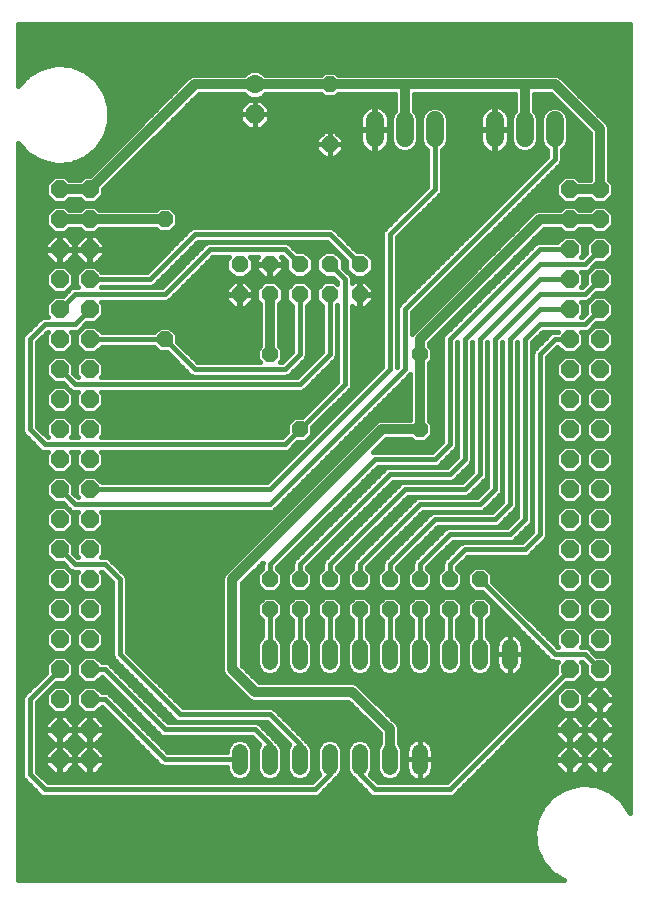
<source format=gbr>
G75*
%MOIN*%
%OFA0B0*%
%FSLAX24Y24*%
%IPPOS*%
%LPD*%
%AMOC8*
5,1,8,0,0,1.08239X$1,22.5*
%
%ADD10OC8,0.0600*%
%ADD11OC8,0.0560*%
%ADD12C,0.0520*%
%ADD13OC8,0.0520*%
%ADD14OC8,0.0630*%
%ADD15C,0.0630*%
%ADD16C,0.0600*%
%ADD17C,0.0320*%
%ADD18C,0.0160*%
D10*
X002680Y006180D03*
X002680Y007180D03*
X002680Y008180D03*
X002680Y009180D03*
X002680Y010180D03*
X002680Y011180D03*
X002680Y012180D03*
X002680Y013180D03*
X002680Y014180D03*
X002680Y015180D03*
X002680Y016180D03*
X002680Y017180D03*
X002680Y018180D03*
X002680Y019180D03*
X002680Y020180D03*
X002680Y021180D03*
X002680Y022180D03*
X002680Y023180D03*
X002680Y024180D03*
X002680Y025180D03*
X003680Y025180D03*
X003680Y024180D03*
X003680Y023180D03*
X003680Y022180D03*
X003680Y021180D03*
X003680Y020180D03*
X003680Y019180D03*
X003680Y018180D03*
X003680Y017180D03*
X003680Y016180D03*
X003680Y015180D03*
X003680Y014180D03*
X003680Y013180D03*
X003680Y012180D03*
X003680Y011180D03*
X003680Y010180D03*
X003680Y009180D03*
X003680Y008180D03*
X003680Y007180D03*
X003680Y006180D03*
X019680Y006180D03*
X019680Y007180D03*
X019680Y008180D03*
X019680Y009180D03*
X019680Y010180D03*
X019680Y011180D03*
X019680Y012180D03*
X019680Y013180D03*
X019680Y014180D03*
X019680Y015180D03*
X019680Y016180D03*
X019680Y017180D03*
X019680Y018180D03*
X019680Y019180D03*
X019680Y020180D03*
X019680Y021180D03*
X019680Y022180D03*
X019680Y023180D03*
X019680Y024180D03*
X019680Y025180D03*
X020680Y025180D03*
X020680Y024180D03*
X020680Y023180D03*
X020680Y022180D03*
X020680Y021180D03*
X020680Y020180D03*
X020680Y019180D03*
X020680Y018180D03*
X020680Y017180D03*
X020680Y016180D03*
X020680Y015180D03*
X020680Y014180D03*
X020680Y013180D03*
X020680Y012180D03*
X020680Y011180D03*
X020680Y010180D03*
X020680Y009180D03*
X020680Y008180D03*
X020680Y007180D03*
X020680Y006180D03*
D11*
X012680Y021680D03*
X012680Y022680D03*
X011680Y022680D03*
X011680Y021680D03*
X010680Y021680D03*
X010680Y022680D03*
X009680Y022680D03*
X009680Y021680D03*
X008680Y021680D03*
X008680Y022680D03*
D12*
X009680Y009940D02*
X009680Y009420D01*
X010680Y009420D02*
X010680Y009940D01*
X011680Y009940D02*
X011680Y009420D01*
X012680Y009420D02*
X012680Y009940D01*
X013680Y009940D02*
X013680Y009420D01*
X014680Y009420D02*
X014680Y009940D01*
X015680Y009940D02*
X015680Y009420D01*
X016680Y009420D02*
X016680Y009940D01*
X017680Y009940D02*
X017680Y009420D01*
X014680Y006440D02*
X014680Y005920D01*
X013680Y005920D02*
X013680Y006440D01*
X012680Y006440D02*
X012680Y005920D01*
X011680Y005920D02*
X011680Y006440D01*
X010680Y006440D02*
X010680Y005920D01*
X009680Y005920D02*
X009680Y006440D01*
X008680Y006440D02*
X008680Y005920D01*
D13*
X009680Y011180D03*
X009680Y012180D03*
X010680Y012180D03*
X010680Y011180D03*
X011680Y011180D03*
X011680Y012180D03*
X012680Y012180D03*
X012680Y011180D03*
X013680Y011180D03*
X013680Y012180D03*
X014680Y012180D03*
X014680Y011180D03*
X015680Y011180D03*
X015680Y012180D03*
X016680Y012180D03*
X016680Y011180D03*
X014680Y017180D03*
X014680Y019680D03*
X010680Y017180D03*
X009680Y019680D03*
X006180Y020180D03*
X006180Y024180D03*
X011680Y026680D03*
X011680Y028680D03*
D14*
X009180Y027680D03*
D15*
X009180Y028680D03*
D16*
X013180Y027480D02*
X013180Y026880D01*
X014180Y026880D02*
X014180Y027480D01*
X015180Y027480D02*
X015180Y026880D01*
X017180Y026880D02*
X017180Y027480D01*
X018180Y027480D02*
X018180Y026880D01*
X019180Y026880D02*
X019180Y027480D01*
D17*
X019180Y028680D02*
X018180Y028680D01*
X018180Y027180D01*
X018180Y028680D02*
X014180Y028680D01*
X014180Y027180D01*
X014180Y028680D02*
X011680Y028680D01*
X009180Y028680D01*
X007180Y028680D01*
X003680Y025180D01*
X002680Y025180D01*
X002680Y024180D02*
X003680Y024180D01*
X006180Y024180D01*
X009680Y021680D02*
X009680Y019680D01*
X013430Y017180D02*
X008430Y012180D01*
X008430Y009180D01*
X009180Y008430D01*
X012430Y008430D01*
X013680Y007180D01*
X013680Y006180D01*
X013430Y017180D02*
X014680Y017180D01*
X014680Y019680D01*
X014680Y020180D01*
X018680Y024180D01*
X019680Y024180D01*
X020680Y024180D01*
X020680Y025180D02*
X020680Y027180D01*
X019180Y028680D01*
X019680Y025180D02*
X020680Y025180D01*
D18*
X019490Y002160D02*
X001290Y002160D01*
X001290Y026738D01*
X001292Y026734D01*
X001633Y026367D01*
X001633Y026367D01*
X001633Y026367D01*
X002066Y026116D01*
X002066Y026116D01*
X002554Y026005D01*
X002554Y026005D01*
X003054Y026042D01*
X003054Y026042D01*
X003520Y026225D01*
X003520Y026225D01*
X003912Y026537D01*
X003912Y026537D01*
X003912Y026537D01*
X004194Y026951D01*
X004194Y026951D01*
X004341Y027430D01*
X004341Y027930D01*
X004194Y028409D01*
X004194Y028409D01*
X003912Y028823D01*
X003912Y028823D01*
X003520Y029135D01*
X003520Y029135D01*
X003054Y029318D01*
X003054Y029318D01*
X002554Y029355D01*
X002554Y029355D01*
X002066Y029244D01*
X002066Y029244D01*
X001633Y028993D01*
X001633Y028993D01*
X001292Y028626D01*
X001292Y028626D01*
X001290Y028622D01*
X001290Y030696D01*
X021700Y030696D01*
X021700Y004388D01*
X021694Y004409D01*
X021694Y004409D01*
X021412Y004823D01*
X021412Y004823D01*
X021412Y004823D01*
X021020Y005135D01*
X021020Y005135D01*
X020554Y005318D01*
X020554Y005318D01*
X020054Y005355D01*
X020054Y005355D01*
X019566Y005244D01*
X019566Y005244D01*
X019133Y004993D01*
X019133Y004993D01*
X018792Y004626D01*
X018792Y004626D01*
X018575Y004175D01*
X018575Y004175D01*
X018500Y003680D01*
X018575Y003185D01*
X018792Y002734D01*
X018792Y002734D01*
X019133Y002367D01*
X019133Y002367D01*
X019490Y002160D01*
X019224Y002314D02*
X001290Y002314D01*
X001290Y002473D02*
X019034Y002473D01*
X018887Y002631D02*
X001290Y002631D01*
X001290Y002790D02*
X018765Y002790D01*
X018689Y002948D02*
X001290Y002948D01*
X001290Y003107D02*
X018612Y003107D01*
X018575Y003185D02*
X018575Y003185D01*
X018563Y003265D02*
X001290Y003265D01*
X001290Y003424D02*
X018539Y003424D01*
X018515Y003582D02*
X001290Y003582D01*
X001290Y003741D02*
X018509Y003741D01*
X018533Y003899D02*
X001290Y003899D01*
X001290Y004058D02*
X018557Y004058D01*
X018594Y004216D02*
X001290Y004216D01*
X001290Y004375D02*
X018671Y004375D01*
X018747Y004533D02*
X001290Y004533D01*
X001290Y004692D02*
X018852Y004692D01*
X018999Y004850D02*
X001290Y004850D01*
X001290Y005009D02*
X002012Y005009D01*
X002044Y004977D02*
X001977Y005044D01*
X001477Y005544D01*
X001440Y005632D01*
X001440Y008228D01*
X001477Y008316D01*
X001544Y008383D01*
X002220Y009059D01*
X002220Y009371D01*
X002489Y009640D01*
X002871Y009640D01*
X003140Y009371D01*
X003140Y008989D01*
X002871Y008720D01*
X002559Y008720D01*
X001920Y008081D01*
X001920Y005779D01*
X002279Y005420D01*
X011081Y005420D01*
X011333Y005673D01*
X011324Y005682D01*
X011260Y005836D01*
X011260Y006524D01*
X011324Y006678D01*
X011442Y006796D01*
X011596Y006860D01*
X011764Y006860D01*
X011918Y006796D01*
X012036Y006678D01*
X012100Y006524D01*
X012100Y005836D01*
X012036Y005682D01*
X011918Y005564D01*
X011886Y005551D01*
X011883Y005544D01*
X011816Y005477D01*
X011316Y004977D01*
X011228Y004940D01*
X002132Y004940D01*
X002044Y004977D01*
X002180Y005180D02*
X011180Y005180D01*
X011680Y005680D01*
X011680Y006180D01*
X011260Y006118D02*
X011100Y006118D01*
X011100Y005960D02*
X011260Y005960D01*
X011275Y005801D02*
X011085Y005801D01*
X011100Y005836D02*
X011036Y005682D01*
X010918Y005564D01*
X010764Y005500D01*
X010596Y005500D01*
X010442Y005564D01*
X010324Y005682D01*
X010260Y005836D01*
X010260Y006524D01*
X010324Y006678D01*
X010333Y006687D01*
X009581Y007440D01*
X006632Y007440D01*
X006544Y007477D01*
X006477Y007544D01*
X004477Y009544D01*
X004440Y009632D01*
X004440Y012081D01*
X004081Y012440D01*
X004071Y012440D01*
X004140Y012371D01*
X004140Y011989D01*
X003871Y011720D01*
X003489Y011720D01*
X003220Y011989D01*
X003220Y012371D01*
X003289Y012440D01*
X003132Y012440D01*
X003044Y012477D01*
X002977Y012544D01*
X002801Y012720D01*
X002489Y012720D01*
X002220Y012989D01*
X002220Y013371D01*
X002489Y013640D01*
X002871Y013640D01*
X003140Y013371D01*
X003140Y013059D01*
X003279Y012920D01*
X003289Y012920D01*
X003220Y012989D01*
X003220Y013371D01*
X003489Y013640D01*
X003871Y013640D01*
X004140Y013371D01*
X004140Y012989D01*
X004071Y012920D01*
X004228Y012920D01*
X004316Y012883D01*
X004816Y012383D01*
X004883Y012316D01*
X004920Y012228D01*
X004920Y009779D01*
X006779Y007920D01*
X009728Y007920D01*
X009816Y007883D01*
X010816Y006883D01*
X010883Y006816D01*
X010886Y006809D01*
X010918Y006796D01*
X011036Y006678D01*
X011100Y006524D01*
X011100Y005836D01*
X010996Y005643D02*
X011303Y005643D01*
X011145Y005484D02*
X002215Y005484D01*
X002057Y005643D02*
X008364Y005643D01*
X008324Y005682D02*
X008260Y005836D01*
X008260Y005940D01*
X006132Y005940D01*
X006044Y005977D01*
X004086Y007935D01*
X003871Y007720D01*
X003489Y007720D01*
X003220Y007989D01*
X003220Y008371D01*
X003489Y008640D01*
X003871Y008640D01*
X004091Y008420D01*
X004228Y008420D01*
X004316Y008383D01*
X004383Y008316D01*
X006279Y006420D01*
X008260Y006420D01*
X008260Y006524D01*
X008324Y006678D01*
X008442Y006796D01*
X008596Y006860D01*
X008764Y006860D01*
X008918Y006796D01*
X009036Y006678D01*
X009100Y006524D01*
X009100Y005836D01*
X009036Y005682D01*
X008918Y005564D01*
X008764Y005500D01*
X008596Y005500D01*
X008442Y005564D01*
X008324Y005682D01*
X008275Y005801D02*
X003980Y005801D01*
X003879Y005700D02*
X004160Y005981D01*
X004160Y006160D01*
X003700Y006160D01*
X003700Y006200D01*
X003700Y006660D01*
X003879Y006660D01*
X004160Y006379D01*
X004160Y006200D01*
X003700Y006200D01*
X003660Y006200D01*
X003660Y006660D01*
X003481Y006660D01*
X003200Y006379D01*
X003200Y006200D01*
X003660Y006200D01*
X003660Y006160D01*
X003200Y006160D01*
X003200Y005981D01*
X003481Y005700D01*
X003660Y005700D01*
X003660Y006160D01*
X003700Y006160D01*
X003700Y005700D01*
X003879Y005700D01*
X003700Y005801D02*
X003660Y005801D01*
X003660Y005960D02*
X003700Y005960D01*
X003700Y006118D02*
X003660Y006118D01*
X003660Y006277D02*
X003700Y006277D01*
X003700Y006435D02*
X003660Y006435D01*
X003660Y006594D02*
X003700Y006594D01*
X003700Y006700D02*
X003700Y007160D01*
X004160Y007160D01*
X004160Y006981D01*
X003879Y006700D01*
X003700Y006700D01*
X003660Y006700D02*
X003481Y006700D01*
X003200Y006981D01*
X003200Y007160D01*
X003660Y007160D01*
X003660Y007200D01*
X003700Y007200D01*
X003700Y007660D01*
X003879Y007660D01*
X004160Y007379D01*
X004160Y007200D01*
X003700Y007200D01*
X003700Y007160D01*
X003660Y007160D01*
X003660Y006700D01*
X003660Y006752D02*
X003700Y006752D01*
X003700Y006911D02*
X003660Y006911D01*
X003660Y007069D02*
X003700Y007069D01*
X003660Y007200D02*
X003200Y007200D01*
X003200Y007379D01*
X003481Y007660D01*
X003660Y007660D01*
X003660Y007200D01*
X003660Y007228D02*
X003700Y007228D01*
X003700Y007386D02*
X003660Y007386D01*
X003660Y007545D02*
X003700Y007545D01*
X003366Y007545D02*
X002994Y007545D01*
X002879Y007660D02*
X003160Y007379D01*
X003160Y007200D01*
X002700Y007200D01*
X002700Y007660D01*
X002879Y007660D01*
X002871Y007720D02*
X002489Y007720D01*
X002220Y007989D01*
X002220Y008371D01*
X002489Y008640D01*
X002871Y008640D01*
X003140Y008371D01*
X003140Y007989D01*
X002871Y007720D01*
X003012Y007862D02*
X003348Y007862D01*
X003220Y008020D02*
X003140Y008020D01*
X003140Y008179D02*
X003220Y008179D01*
X003220Y008337D02*
X003140Y008337D01*
X003015Y008496D02*
X003345Y008496D01*
X003489Y008720D02*
X003220Y008989D01*
X003220Y009371D01*
X003489Y009640D01*
X003871Y009640D01*
X004091Y009420D01*
X004228Y009420D01*
X004316Y009383D01*
X006279Y007420D01*
X009228Y007420D01*
X009316Y007383D01*
X009816Y006883D01*
X009883Y006816D01*
X009886Y006809D01*
X009918Y006796D01*
X010036Y006678D01*
X010100Y006524D01*
X010100Y005836D01*
X010036Y005682D01*
X009918Y005564D01*
X009764Y005500D01*
X009596Y005500D01*
X009442Y005564D01*
X009324Y005682D01*
X009260Y005836D01*
X009260Y006524D01*
X009324Y006678D01*
X009333Y006687D01*
X009081Y006940D01*
X006132Y006940D01*
X006044Y006977D01*
X005977Y007044D01*
X004086Y008935D01*
X003871Y008720D01*
X003489Y008720D01*
X003397Y008813D02*
X002963Y008813D01*
X003122Y008971D02*
X003238Y008971D01*
X003220Y009130D02*
X003140Y009130D01*
X003140Y009288D02*
X003220Y009288D01*
X003296Y009447D02*
X003064Y009447D01*
X002906Y009605D02*
X003454Y009605D01*
X003489Y009720D02*
X003220Y009989D01*
X003220Y010371D01*
X003489Y010640D01*
X003871Y010640D01*
X004140Y010371D01*
X004140Y009989D01*
X003871Y009720D01*
X003489Y009720D01*
X003446Y009764D02*
X002914Y009764D01*
X002871Y009720D02*
X002489Y009720D01*
X002220Y009989D01*
X002220Y010371D01*
X002489Y010640D01*
X002871Y010640D01*
X003140Y010371D01*
X003140Y009989D01*
X002871Y009720D01*
X003073Y009922D02*
X003287Y009922D01*
X003220Y010081D02*
X003140Y010081D01*
X003140Y010239D02*
X003220Y010239D01*
X003247Y010398D02*
X003113Y010398D01*
X002955Y010556D02*
X003405Y010556D01*
X003489Y010720D02*
X003220Y010989D01*
X003220Y011371D01*
X003489Y011640D01*
X003871Y011640D01*
X004140Y011371D01*
X004140Y010989D01*
X003871Y010720D01*
X003489Y010720D01*
X003336Y010873D02*
X003024Y010873D01*
X003140Y010989D02*
X002871Y010720D01*
X002489Y010720D01*
X002220Y010989D01*
X002220Y011371D01*
X002489Y011640D01*
X002871Y011640D01*
X003140Y011371D01*
X003140Y010989D01*
X003140Y011032D02*
X003220Y011032D01*
X003220Y011190D02*
X003140Y011190D01*
X003140Y011349D02*
X003220Y011349D01*
X003356Y011507D02*
X003004Y011507D01*
X002871Y011720D02*
X002489Y011720D01*
X002220Y011989D01*
X002220Y012371D01*
X002489Y012640D01*
X002871Y012640D01*
X003140Y012371D01*
X003140Y011989D01*
X002871Y011720D01*
X002975Y011824D02*
X003385Y011824D01*
X003227Y011983D02*
X003133Y011983D01*
X003140Y012141D02*
X003220Y012141D01*
X003220Y012300D02*
X003140Y012300D01*
X003089Y012458D02*
X003053Y012458D01*
X002904Y012617D02*
X002894Y012617D01*
X003180Y012680D02*
X004180Y012680D01*
X004680Y012180D01*
X004680Y009680D01*
X006680Y007680D01*
X009680Y007680D01*
X010680Y006680D01*
X010680Y006180D01*
X010289Y006594D02*
X010071Y006594D01*
X010100Y006435D02*
X010260Y006435D01*
X010260Y006277D02*
X010100Y006277D01*
X010100Y006118D02*
X010260Y006118D01*
X010260Y005960D02*
X010100Y005960D01*
X010085Y005801D02*
X010275Y005801D01*
X010364Y005643D02*
X009996Y005643D01*
X009680Y006180D02*
X009680Y006680D01*
X009180Y007180D01*
X006180Y007180D01*
X004180Y009180D01*
X003680Y009180D01*
X003963Y008813D02*
X004208Y008813D01*
X004367Y008654D02*
X002493Y008654D01*
X002345Y008496D02*
X002335Y008496D01*
X002220Y008337D02*
X002176Y008337D01*
X002220Y008179D02*
X002018Y008179D01*
X001920Y008020D02*
X002220Y008020D01*
X002348Y007862D02*
X001920Y007862D01*
X001920Y007703D02*
X004318Y007703D01*
X004476Y007545D02*
X003994Y007545D01*
X004153Y007386D02*
X004635Y007386D01*
X004793Y007228D02*
X004160Y007228D01*
X004160Y007069D02*
X004952Y007069D01*
X005110Y006911D02*
X004089Y006911D01*
X003931Y006752D02*
X005269Y006752D01*
X005427Y006594D02*
X003945Y006594D01*
X004104Y006435D02*
X005586Y006435D01*
X005744Y006277D02*
X004160Y006277D01*
X004160Y006118D02*
X005903Y006118D01*
X006085Y005960D02*
X004138Y005960D01*
X003380Y005801D02*
X002980Y005801D01*
X002879Y005700D02*
X003160Y005981D01*
X003160Y006160D01*
X002700Y006160D01*
X002700Y006200D01*
X002700Y006660D01*
X002879Y006660D01*
X003160Y006379D01*
X003160Y006200D01*
X002700Y006200D01*
X002660Y006200D01*
X002660Y006660D01*
X002481Y006660D01*
X002200Y006379D01*
X002200Y006200D01*
X002660Y006200D01*
X002660Y006160D01*
X002200Y006160D01*
X002200Y005981D01*
X002481Y005700D01*
X002660Y005700D01*
X002660Y006160D01*
X002700Y006160D01*
X002700Y005700D01*
X002879Y005700D01*
X002700Y005801D02*
X002660Y005801D01*
X002660Y005960D02*
X002700Y005960D01*
X002700Y006118D02*
X002660Y006118D01*
X002660Y006277D02*
X002700Y006277D01*
X002700Y006435D02*
X002660Y006435D01*
X002660Y006594D02*
X002700Y006594D01*
X002700Y006700D02*
X002700Y007160D01*
X003160Y007160D01*
X003160Y006981D01*
X002879Y006700D01*
X002700Y006700D01*
X002660Y006700D02*
X002481Y006700D01*
X002200Y006981D01*
X002200Y007160D01*
X002660Y007160D01*
X002660Y007200D01*
X002700Y007200D01*
X002700Y007160D01*
X002660Y007160D01*
X002660Y006700D01*
X002660Y006752D02*
X002700Y006752D01*
X002700Y006911D02*
X002660Y006911D01*
X002660Y007069D02*
X002700Y007069D01*
X002660Y007200D02*
X002200Y007200D01*
X002200Y007379D01*
X002481Y007660D01*
X002660Y007660D01*
X002660Y007200D01*
X002660Y007228D02*
X002700Y007228D01*
X002700Y007386D02*
X002660Y007386D01*
X002660Y007545D02*
X002700Y007545D01*
X002366Y007545D02*
X001920Y007545D01*
X001920Y007386D02*
X002207Y007386D01*
X002200Y007228D02*
X001920Y007228D01*
X001920Y007069D02*
X002200Y007069D01*
X002271Y006911D02*
X001920Y006911D01*
X001920Y006752D02*
X002429Y006752D01*
X002415Y006594D02*
X001920Y006594D01*
X001920Y006435D02*
X002256Y006435D01*
X002200Y006277D02*
X001920Y006277D01*
X001920Y006118D02*
X002200Y006118D01*
X002222Y005960D02*
X001920Y005960D01*
X001920Y005801D02*
X002380Y005801D01*
X002180Y005180D02*
X001680Y005680D01*
X001680Y008180D01*
X002680Y009180D01*
X002454Y009605D02*
X001290Y009605D01*
X001290Y009447D02*
X002296Y009447D01*
X002220Y009288D02*
X001290Y009288D01*
X001290Y009130D02*
X002220Y009130D01*
X002132Y008971D02*
X001290Y008971D01*
X001290Y008813D02*
X001973Y008813D01*
X001815Y008654D02*
X001290Y008654D01*
X001290Y008496D02*
X001656Y008496D01*
X001498Y008337D02*
X001290Y008337D01*
X001290Y008179D02*
X001440Y008179D01*
X001440Y008020D02*
X001290Y008020D01*
X001290Y007862D02*
X001440Y007862D01*
X001440Y007703D02*
X001290Y007703D01*
X001290Y007545D02*
X001440Y007545D01*
X001440Y007386D02*
X001290Y007386D01*
X001290Y007228D02*
X001440Y007228D01*
X001440Y007069D02*
X001290Y007069D01*
X001290Y006911D02*
X001440Y006911D01*
X001440Y006752D02*
X001290Y006752D01*
X001290Y006594D02*
X001440Y006594D01*
X001440Y006435D02*
X001290Y006435D01*
X001290Y006277D02*
X001440Y006277D01*
X001440Y006118D02*
X001290Y006118D01*
X001290Y005960D02*
X001440Y005960D01*
X001440Y005801D02*
X001290Y005801D01*
X001290Y005643D02*
X001440Y005643D01*
X001537Y005484D02*
X001290Y005484D01*
X001290Y005326D02*
X001695Y005326D01*
X001854Y005167D02*
X001290Y005167D01*
X002945Y006594D02*
X003415Y006594D01*
X003429Y006752D02*
X002931Y006752D01*
X003089Y006911D02*
X003271Y006911D01*
X003200Y007069D02*
X003160Y007069D01*
X003160Y007228D02*
X003200Y007228D01*
X003207Y007386D02*
X003153Y007386D01*
X003104Y006435D02*
X003256Y006435D01*
X003200Y006277D02*
X003160Y006277D01*
X003160Y006118D02*
X003200Y006118D01*
X003222Y005960D02*
X003138Y005960D01*
X004012Y007862D02*
X004159Y007862D01*
X004180Y008180D02*
X003680Y008180D01*
X004015Y008496D02*
X004525Y008496D01*
X004684Y008337D02*
X004362Y008337D01*
X004521Y008179D02*
X004842Y008179D01*
X005001Y008020D02*
X004679Y008020D01*
X004838Y007862D02*
X005159Y007862D01*
X005318Y007703D02*
X004996Y007703D01*
X005155Y007545D02*
X005476Y007545D01*
X005635Y007386D02*
X005313Y007386D01*
X005472Y007228D02*
X005793Y007228D01*
X005952Y007069D02*
X005630Y007069D01*
X005789Y006911D02*
X009110Y006911D01*
X008962Y006752D02*
X009269Y006752D01*
X009289Y006594D02*
X009071Y006594D01*
X009100Y006435D02*
X009260Y006435D01*
X009260Y006277D02*
X009100Y006277D01*
X009100Y006118D02*
X009260Y006118D01*
X009260Y005960D02*
X009100Y005960D01*
X009085Y005801D02*
X009275Y005801D01*
X009364Y005643D02*
X008996Y005643D01*
X008680Y006180D02*
X006180Y006180D01*
X004180Y008180D01*
X004887Y008813D02*
X005208Y008813D01*
X005050Y008971D02*
X004728Y008971D01*
X004570Y009130D02*
X004891Y009130D01*
X004733Y009288D02*
X004411Y009288D01*
X004574Y009447D02*
X004064Y009447D01*
X003906Y009605D02*
X004451Y009605D01*
X004440Y009764D02*
X003914Y009764D01*
X004073Y009922D02*
X004440Y009922D01*
X004440Y010081D02*
X004140Y010081D01*
X004140Y010239D02*
X004440Y010239D01*
X004440Y010398D02*
X004113Y010398D01*
X003955Y010556D02*
X004440Y010556D01*
X004440Y010715D02*
X001290Y010715D01*
X001290Y010873D02*
X002336Y010873D01*
X002220Y011032D02*
X001290Y011032D01*
X001290Y011190D02*
X002220Y011190D01*
X002220Y011349D02*
X001290Y011349D01*
X001290Y011507D02*
X002356Y011507D01*
X002385Y011824D02*
X001290Y011824D01*
X001290Y011666D02*
X004440Y011666D01*
X004440Y011824D02*
X003975Y011824D01*
X004133Y011983D02*
X004440Y011983D01*
X004380Y012141D02*
X004140Y012141D01*
X004140Y012300D02*
X004221Y012300D01*
X004583Y012617D02*
X008414Y012617D01*
X008572Y012775D02*
X004424Y012775D01*
X004084Y012934D02*
X008731Y012934D01*
X008889Y013092D02*
X004140Y013092D01*
X004140Y013251D02*
X009048Y013251D01*
X009206Y013409D02*
X004102Y013409D01*
X003943Y013568D02*
X009365Y013568D01*
X009523Y013726D02*
X003877Y013726D01*
X003871Y013720D02*
X003489Y013720D01*
X003220Y013989D01*
X003220Y014371D01*
X003289Y014440D01*
X003132Y014440D01*
X003044Y014477D01*
X002977Y014544D01*
X002801Y014720D01*
X002489Y014720D01*
X002220Y014989D01*
X002220Y015371D01*
X002489Y015640D01*
X002871Y015640D01*
X003140Y015371D01*
X003140Y015059D01*
X003279Y014920D01*
X003289Y014920D01*
X003220Y014989D01*
X003220Y015371D01*
X003489Y015640D01*
X003871Y015640D01*
X004091Y015420D01*
X009581Y015420D01*
X013440Y019279D01*
X013440Y023728D01*
X013477Y023816D01*
X014940Y025279D01*
X014940Y026482D01*
X014919Y026490D01*
X014790Y026619D01*
X014720Y026788D01*
X014720Y027571D01*
X014790Y027741D01*
X014919Y027870D01*
X015089Y027940D01*
X015272Y027940D01*
X015441Y027870D01*
X015570Y027741D01*
X015640Y027571D01*
X015640Y026788D01*
X015570Y026619D01*
X015441Y026490D01*
X015420Y026482D01*
X015420Y025132D01*
X015383Y025044D01*
X015316Y024977D01*
X013920Y023581D01*
X013920Y019259D01*
X013940Y019279D01*
X013940Y021228D01*
X013977Y021316D01*
X018940Y026279D01*
X018940Y026482D01*
X018919Y026490D01*
X018790Y026619D01*
X018720Y026788D01*
X018720Y027571D01*
X018790Y027741D01*
X018919Y027870D01*
X019089Y027940D01*
X019272Y027940D01*
X019441Y027870D01*
X019570Y027741D01*
X019640Y027571D01*
X019640Y026788D01*
X019570Y026619D01*
X019441Y026490D01*
X019420Y026482D01*
X019420Y026132D01*
X019383Y026044D01*
X019316Y025977D01*
X014420Y021081D01*
X014420Y020373D01*
X018409Y024361D01*
X018499Y024451D01*
X018616Y024500D01*
X019349Y024500D01*
X019489Y024640D01*
X019871Y024640D01*
X020011Y024500D01*
X020349Y024500D01*
X020489Y024640D01*
X020871Y024640D01*
X021140Y024371D01*
X021140Y023989D01*
X020871Y023720D01*
X020489Y023720D01*
X020349Y023860D01*
X020011Y023860D01*
X019871Y023720D01*
X019489Y023720D01*
X019349Y023860D01*
X018813Y023860D01*
X015000Y020047D01*
X015000Y019954D01*
X015100Y019854D01*
X015100Y019506D01*
X015000Y019406D01*
X015000Y017454D01*
X015100Y017354D01*
X015100Y017006D01*
X014854Y016760D01*
X014506Y016760D01*
X014406Y016860D01*
X013563Y016860D01*
X013116Y016413D01*
X013132Y016420D01*
X015081Y016420D01*
X015440Y016779D01*
X015440Y020228D01*
X015477Y020316D01*
X018544Y023383D01*
X018632Y023420D01*
X019269Y023420D01*
X019489Y023640D01*
X019871Y023640D01*
X020140Y023371D01*
X020140Y022989D01*
X020071Y022920D01*
X020081Y022920D01*
X020220Y023059D01*
X020220Y023371D01*
X020489Y023640D01*
X020871Y023640D01*
X021140Y023371D01*
X021140Y022989D01*
X020871Y022720D01*
X020559Y022720D01*
X020316Y022477D01*
X020228Y022440D01*
X020071Y022440D01*
X020140Y022371D01*
X020140Y021989D01*
X020071Y021920D01*
X020081Y021920D01*
X020220Y022059D01*
X020220Y022371D01*
X020489Y022640D01*
X020871Y022640D01*
X021140Y022371D01*
X021140Y021989D01*
X020871Y021720D01*
X020559Y021720D01*
X020316Y021477D01*
X020228Y021440D01*
X020071Y021440D01*
X020140Y021371D01*
X020140Y020989D01*
X020071Y020920D01*
X020081Y020920D01*
X020220Y021059D01*
X020220Y021371D01*
X020489Y021640D01*
X020871Y021640D01*
X021140Y021371D01*
X021140Y020989D01*
X020871Y020720D01*
X020559Y020720D01*
X020316Y020477D01*
X020228Y020440D01*
X020071Y020440D01*
X020140Y020371D01*
X020140Y019989D01*
X019871Y019720D01*
X019489Y019720D01*
X019274Y019935D01*
X018920Y019581D01*
X018920Y013632D01*
X018883Y013544D01*
X018816Y013477D01*
X018316Y012977D01*
X018228Y012940D01*
X016279Y012940D01*
X015920Y012581D01*
X015920Y012534D01*
X016100Y012354D01*
X016100Y012006D01*
X015854Y011760D01*
X015506Y011760D01*
X015260Y012006D01*
X015260Y012354D01*
X015440Y012534D01*
X015440Y012728D01*
X015477Y012816D01*
X015977Y013316D01*
X016044Y013383D01*
X016132Y013420D01*
X018081Y013420D01*
X018440Y013779D01*
X018440Y019728D01*
X018477Y019816D01*
X018977Y020316D01*
X019044Y020383D01*
X018722Y020383D01*
X018779Y020440D02*
X018420Y020081D01*
X018420Y014132D01*
X018383Y014044D01*
X018316Y013977D01*
X017816Y013477D01*
X017728Y013440D01*
X015779Y013440D01*
X014920Y012581D01*
X014920Y012534D01*
X015100Y012354D01*
X015100Y012006D01*
X014854Y011760D01*
X014506Y011760D01*
X014260Y012006D01*
X014260Y012354D01*
X014440Y012534D01*
X014440Y012728D01*
X014477Y012816D01*
X015477Y013816D01*
X015544Y013883D01*
X015632Y013920D01*
X017581Y013920D01*
X017940Y014279D01*
X017940Y020101D01*
X017920Y020081D01*
X017920Y014632D01*
X017883Y014544D01*
X017816Y014477D01*
X017316Y013977D01*
X017228Y013940D01*
X015279Y013940D01*
X013920Y012581D01*
X013920Y012534D01*
X014100Y012354D01*
X014100Y012006D01*
X013854Y011760D01*
X013506Y011760D01*
X013260Y012006D01*
X013260Y012354D01*
X013440Y012534D01*
X013440Y012728D01*
X013477Y012816D01*
X014977Y014316D01*
X015044Y014383D01*
X015132Y014420D01*
X017081Y014420D01*
X017440Y014779D01*
X017440Y020101D01*
X017420Y020081D01*
X017420Y015132D01*
X017383Y015044D01*
X017316Y014977D01*
X016816Y014477D01*
X016728Y014440D01*
X014779Y014440D01*
X012920Y012581D01*
X012920Y012534D01*
X013100Y012354D01*
X013100Y012006D01*
X012854Y011760D01*
X012506Y011760D01*
X012260Y012006D01*
X012260Y012354D01*
X012440Y012534D01*
X012440Y012728D01*
X012477Y012816D01*
X014477Y014816D01*
X014544Y014883D01*
X014632Y014920D01*
X016581Y014920D01*
X016940Y015279D01*
X016940Y020101D01*
X016920Y020081D01*
X016920Y015632D01*
X016883Y015544D01*
X016816Y015477D01*
X016316Y014977D01*
X016228Y014940D01*
X014279Y014940D01*
X011920Y012581D01*
X011920Y012534D01*
X012100Y012354D01*
X012100Y012006D01*
X011854Y011760D01*
X011506Y011760D01*
X011260Y012006D01*
X011260Y012354D01*
X011440Y012534D01*
X011440Y012728D01*
X011477Y012816D01*
X013977Y015316D01*
X014044Y015383D01*
X014132Y015420D01*
X016081Y015420D01*
X016440Y015779D01*
X016440Y020101D01*
X016420Y020081D01*
X016420Y016132D01*
X016383Y016044D01*
X016316Y015977D01*
X015816Y015477D01*
X015728Y015440D01*
X013779Y015440D01*
X010920Y012581D01*
X010920Y012534D01*
X011100Y012354D01*
X011100Y012006D01*
X010854Y011760D01*
X010506Y011760D01*
X010260Y012006D01*
X010260Y012354D01*
X010440Y012534D01*
X010440Y012728D01*
X010477Y012816D01*
X013477Y015816D01*
X013544Y015883D01*
X013632Y015920D01*
X015581Y015920D01*
X015940Y016279D01*
X015940Y020101D01*
X015920Y020081D01*
X015920Y016632D01*
X015883Y016544D01*
X015816Y016477D01*
X015316Y015977D01*
X015228Y015940D01*
X013279Y015940D01*
X009920Y012581D01*
X009920Y012534D01*
X010100Y012354D01*
X010100Y012006D01*
X009854Y011760D01*
X009506Y011760D01*
X009260Y012006D01*
X009260Y012354D01*
X009440Y012534D01*
X009440Y012728D01*
X009447Y012744D01*
X008750Y012047D01*
X008750Y009313D01*
X009313Y008750D01*
X012494Y008750D01*
X012611Y008701D01*
X013861Y007451D01*
X013951Y007361D01*
X014000Y007244D01*
X014000Y006714D01*
X014036Y006678D01*
X014100Y006524D01*
X014100Y005836D01*
X014036Y005682D01*
X013918Y005564D01*
X013764Y005500D01*
X013596Y005500D01*
X013442Y005564D01*
X013324Y005682D01*
X013260Y005836D01*
X013260Y006524D01*
X013324Y006678D01*
X013360Y006714D01*
X013360Y007047D01*
X012297Y008110D01*
X009116Y008110D01*
X008999Y008159D01*
X008909Y008249D01*
X008159Y008999D01*
X008110Y009116D01*
X008110Y012244D01*
X008159Y012361D01*
X008249Y012451D01*
X013249Y017451D01*
X013366Y017500D01*
X014360Y017500D01*
X014360Y019021D01*
X014316Y018977D01*
X009816Y014477D01*
X009728Y014440D01*
X004071Y014440D01*
X004140Y014371D01*
X004140Y013989D01*
X003871Y013720D01*
X004035Y013885D02*
X009682Y013885D01*
X009840Y014043D02*
X004140Y014043D01*
X004140Y014202D02*
X009999Y014202D01*
X010157Y014360D02*
X004140Y014360D01*
X003680Y015180D02*
X009680Y015180D01*
X013680Y019180D01*
X013680Y023680D01*
X015180Y025180D01*
X015180Y027180D01*
X014720Y027199D02*
X014640Y027199D01*
X014640Y027357D02*
X014720Y027357D01*
X014720Y027516D02*
X014640Y027516D01*
X014640Y027571D02*
X014570Y027741D01*
X014500Y027811D01*
X014500Y028360D01*
X017860Y028360D01*
X017860Y027811D01*
X017790Y027741D01*
X017720Y027571D01*
X017720Y026788D01*
X017790Y026619D01*
X017919Y026490D01*
X018089Y026420D01*
X018272Y026420D01*
X018441Y026490D01*
X018570Y026619D01*
X018640Y026788D01*
X018640Y027571D01*
X018570Y027741D01*
X018500Y027811D01*
X018500Y028360D01*
X019047Y028360D01*
X020360Y027047D01*
X020360Y025511D01*
X020349Y025500D01*
X020011Y025500D01*
X019871Y025640D01*
X019489Y025640D01*
X019220Y025371D01*
X019220Y024989D01*
X019489Y024720D01*
X019871Y024720D01*
X020011Y024860D01*
X020349Y024860D01*
X020489Y024720D01*
X020871Y024720D01*
X021140Y024989D01*
X021140Y025371D01*
X021000Y025511D01*
X021000Y027244D01*
X020951Y027361D01*
X019451Y028861D01*
X019361Y028951D01*
X019244Y029000D01*
X011954Y029000D01*
X011854Y029100D01*
X011506Y029100D01*
X011406Y029000D01*
X009532Y029000D01*
X009449Y029083D01*
X009274Y029155D01*
X009086Y029155D01*
X008911Y029083D01*
X008828Y029000D01*
X007116Y029000D01*
X006999Y028951D01*
X003687Y025640D01*
X003489Y025640D01*
X003349Y025500D01*
X003011Y025500D01*
X002871Y025640D01*
X002489Y025640D01*
X002220Y025371D01*
X002220Y024989D01*
X002489Y024720D01*
X002871Y024720D01*
X003011Y024860D01*
X003349Y024860D01*
X003489Y024720D01*
X003871Y024720D01*
X004140Y024989D01*
X004140Y025187D01*
X007313Y028360D01*
X008828Y028360D01*
X008911Y028277D01*
X009086Y028205D01*
X009274Y028205D01*
X009449Y028277D01*
X009532Y028360D01*
X011406Y028360D01*
X011506Y028260D01*
X011854Y028260D01*
X011954Y028360D01*
X013860Y028360D01*
X013860Y027811D01*
X013790Y027741D01*
X013720Y027571D01*
X013720Y026788D01*
X013790Y026619D01*
X013919Y026490D01*
X014089Y026420D01*
X014272Y026420D01*
X014441Y026490D01*
X014570Y026619D01*
X014640Y026788D01*
X014640Y027571D01*
X014598Y027674D02*
X014762Y027674D01*
X014882Y027833D02*
X014500Y027833D01*
X014500Y027991D02*
X017860Y027991D01*
X017860Y027833D02*
X017506Y027833D01*
X017493Y027846D02*
X017546Y027793D01*
X017591Y027732D01*
X017625Y027664D01*
X017648Y027592D01*
X017660Y027518D01*
X017660Y027200D01*
X017200Y027200D01*
X017200Y027960D01*
X017218Y027960D01*
X017292Y027948D01*
X017364Y027925D01*
X017432Y027891D01*
X017493Y027846D01*
X017620Y027674D02*
X017762Y027674D01*
X017720Y027516D02*
X017660Y027516D01*
X017660Y027357D02*
X017720Y027357D01*
X017720Y027199D02*
X017200Y027199D01*
X017200Y027200D02*
X017200Y027160D01*
X017160Y027160D01*
X017160Y027200D01*
X016700Y027200D01*
X016700Y027518D01*
X016712Y027592D01*
X016735Y027664D01*
X016769Y027732D01*
X016814Y027793D01*
X016867Y027846D01*
X016928Y027891D01*
X016996Y027925D01*
X017068Y027948D01*
X017142Y027960D01*
X017160Y027960D01*
X017160Y027200D01*
X017200Y027200D01*
X017200Y027160D02*
X017660Y027160D01*
X017660Y026842D01*
X017648Y026768D01*
X017625Y026696D01*
X017591Y026628D01*
X017546Y026567D01*
X017493Y026514D01*
X017432Y026469D01*
X017364Y026435D01*
X017292Y026412D01*
X017218Y026400D01*
X017200Y026400D01*
X017200Y027160D01*
X017160Y027160D02*
X017160Y026400D01*
X017142Y026400D01*
X017068Y026412D01*
X016996Y026435D01*
X016928Y026469D01*
X016867Y026514D01*
X016814Y026567D01*
X016769Y026628D01*
X016735Y026696D01*
X016712Y026768D01*
X016700Y026842D01*
X016700Y027160D01*
X017160Y027160D01*
X017160Y027199D02*
X015640Y027199D01*
X015640Y027357D02*
X016700Y027357D01*
X016700Y027516D02*
X015640Y027516D01*
X015598Y027674D02*
X016740Y027674D01*
X016854Y027833D02*
X015478Y027833D01*
X015640Y027040D02*
X016700Y027040D01*
X016700Y026882D02*
X015640Y026882D01*
X015613Y026723D02*
X016726Y026723D01*
X016817Y026565D02*
X015515Y026565D01*
X015420Y026406D02*
X017104Y026406D01*
X017160Y026406D02*
X017200Y026406D01*
X017256Y026406D02*
X018940Y026406D01*
X018908Y026248D02*
X015420Y026248D01*
X015420Y026089D02*
X018750Y026089D01*
X018591Y025931D02*
X015420Y025931D01*
X015420Y025772D02*
X018433Y025772D01*
X018274Y025614D02*
X015420Y025614D01*
X015420Y025455D02*
X018116Y025455D01*
X017957Y025297D02*
X015420Y025297D01*
X015420Y025138D02*
X017799Y025138D01*
X017640Y024980D02*
X015319Y024980D01*
X015316Y024977D02*
X015316Y024977D01*
X015160Y024821D02*
X017482Y024821D01*
X017323Y024663D02*
X015002Y024663D01*
X014843Y024504D02*
X017165Y024504D01*
X017006Y024346D02*
X014685Y024346D01*
X014526Y024187D02*
X016848Y024187D01*
X016689Y024029D02*
X014368Y024029D01*
X014209Y023870D02*
X016531Y023870D01*
X016372Y023712D02*
X014051Y023712D01*
X013920Y023553D02*
X016214Y023553D01*
X016055Y023395D02*
X013920Y023395D01*
X013920Y023236D02*
X015897Y023236D01*
X015738Y023078D02*
X013920Y023078D01*
X013920Y022919D02*
X015580Y022919D01*
X015421Y022761D02*
X013920Y022761D01*
X013920Y022602D02*
X015263Y022602D01*
X015104Y022444D02*
X013920Y022444D01*
X013920Y022285D02*
X014946Y022285D01*
X014787Y022127D02*
X013920Y022127D01*
X013920Y021968D02*
X014629Y021968D01*
X014470Y021810D02*
X013920Y021810D01*
X013920Y021651D02*
X014312Y021651D01*
X014153Y021493D02*
X013920Y021493D01*
X013920Y021334D02*
X013995Y021334D01*
X013940Y021176D02*
X013920Y021176D01*
X013920Y021017D02*
X013940Y021017D01*
X013940Y020859D02*
X013920Y020859D01*
X013920Y020700D02*
X013940Y020700D01*
X013940Y020542D02*
X013920Y020542D01*
X013920Y020383D02*
X013940Y020383D01*
X013940Y020225D02*
X013920Y020225D01*
X013920Y020066D02*
X013940Y020066D01*
X013940Y019908D02*
X013920Y019908D01*
X013920Y019749D02*
X013940Y019749D01*
X013940Y019591D02*
X013920Y019591D01*
X013920Y019432D02*
X013940Y019432D01*
X013934Y019274D02*
X013920Y019274D01*
X014180Y019180D02*
X014180Y021180D01*
X019180Y026180D01*
X019180Y027180D01*
X019613Y026723D02*
X020360Y026723D01*
X020360Y026565D02*
X019515Y026565D01*
X019420Y026406D02*
X020360Y026406D01*
X020360Y026248D02*
X019420Y026248D01*
X019402Y026089D02*
X020360Y026089D01*
X020360Y025931D02*
X019270Y025931D01*
X019111Y025772D02*
X020360Y025772D01*
X020360Y025614D02*
X019897Y025614D01*
X019463Y025614D02*
X018953Y025614D01*
X018794Y025455D02*
X019305Y025455D01*
X019220Y025297D02*
X018636Y025297D01*
X018477Y025138D02*
X019220Y025138D01*
X019230Y024980D02*
X018319Y024980D01*
X018160Y024821D02*
X019388Y024821D01*
X019353Y024504D02*
X017843Y024504D01*
X017685Y024346D02*
X018393Y024346D01*
X018234Y024187D02*
X017526Y024187D01*
X017368Y024029D02*
X018076Y024029D01*
X017917Y023870D02*
X017209Y023870D01*
X017051Y023712D02*
X017759Y023712D01*
X017600Y023553D02*
X016892Y023553D01*
X016734Y023395D02*
X017442Y023395D01*
X017283Y023236D02*
X016575Y023236D01*
X016417Y023078D02*
X017125Y023078D01*
X016966Y022919D02*
X016258Y022919D01*
X016100Y022761D02*
X016808Y022761D01*
X016649Y022602D02*
X015941Y022602D01*
X015783Y022444D02*
X016491Y022444D01*
X016332Y022285D02*
X015624Y022285D01*
X015466Y022127D02*
X016174Y022127D01*
X016015Y021968D02*
X015307Y021968D01*
X015149Y021810D02*
X015857Y021810D01*
X015698Y021651D02*
X014990Y021651D01*
X014832Y021493D02*
X015540Y021493D01*
X015381Y021334D02*
X014673Y021334D01*
X014515Y021176D02*
X015223Y021176D01*
X015064Y021017D02*
X014420Y021017D01*
X014420Y020859D02*
X014906Y020859D01*
X014747Y020700D02*
X014420Y020700D01*
X014420Y020542D02*
X014589Y020542D01*
X014430Y020383D02*
X014420Y020383D01*
X015019Y020066D02*
X015440Y020066D01*
X015440Y019908D02*
X015046Y019908D01*
X015100Y019749D02*
X015440Y019749D01*
X015440Y019591D02*
X015100Y019591D01*
X015026Y019432D02*
X015440Y019432D01*
X015440Y019274D02*
X015000Y019274D01*
X015000Y019115D02*
X015440Y019115D01*
X015440Y018957D02*
X015000Y018957D01*
X015000Y018798D02*
X015440Y018798D01*
X015440Y018640D02*
X015000Y018640D01*
X015000Y018481D02*
X015440Y018481D01*
X015440Y018323D02*
X015000Y018323D01*
X015000Y018164D02*
X015440Y018164D01*
X015440Y018006D02*
X015000Y018006D01*
X015000Y017847D02*
X015440Y017847D01*
X015440Y017689D02*
X015000Y017689D01*
X015000Y017530D02*
X015440Y017530D01*
X015440Y017372D02*
X015082Y017372D01*
X015100Y017213D02*
X015440Y017213D01*
X015440Y017055D02*
X015100Y017055D01*
X014990Y016896D02*
X015440Y016896D01*
X015398Y016738D02*
X013440Y016738D01*
X013282Y016579D02*
X015240Y016579D01*
X015081Y016421D02*
X013123Y016421D01*
X013180Y016180D02*
X015180Y016180D01*
X015680Y016680D01*
X015680Y020180D01*
X018680Y023180D01*
X019680Y023180D01*
X019402Y023553D02*
X018506Y023553D01*
X018571Y023395D02*
X018347Y023395D01*
X018397Y023236D02*
X018189Y023236D01*
X018238Y023078D02*
X018030Y023078D01*
X018080Y022919D02*
X017872Y022919D01*
X017921Y022761D02*
X017713Y022761D01*
X017763Y022602D02*
X017555Y022602D01*
X017604Y022444D02*
X017396Y022444D01*
X017446Y022285D02*
X017238Y022285D01*
X017287Y022127D02*
X017079Y022127D01*
X017129Y021968D02*
X016921Y021968D01*
X016970Y021810D02*
X016762Y021810D01*
X016812Y021651D02*
X016604Y021651D01*
X016653Y021493D02*
X016445Y021493D01*
X016495Y021334D02*
X016287Y021334D01*
X016336Y021176D02*
X016128Y021176D01*
X016178Y021017D02*
X015970Y021017D01*
X016019Y020859D02*
X015811Y020859D01*
X015861Y020700D02*
X015653Y020700D01*
X015702Y020542D02*
X015494Y020542D01*
X015544Y020383D02*
X015336Y020383D01*
X015440Y020225D02*
X015177Y020225D01*
X015920Y020066D02*
X015940Y020066D01*
X015940Y019908D02*
X015920Y019908D01*
X015920Y019749D02*
X015940Y019749D01*
X015940Y019591D02*
X015920Y019591D01*
X015920Y019432D02*
X015940Y019432D01*
X015940Y019274D02*
X015920Y019274D01*
X015920Y019115D02*
X015940Y019115D01*
X015940Y018957D02*
X015920Y018957D01*
X015920Y018798D02*
X015940Y018798D01*
X015940Y018640D02*
X015920Y018640D01*
X015920Y018481D02*
X015940Y018481D01*
X015940Y018323D02*
X015920Y018323D01*
X015920Y018164D02*
X015940Y018164D01*
X015940Y018006D02*
X015920Y018006D01*
X015920Y017847D02*
X015940Y017847D01*
X015940Y017689D02*
X015920Y017689D01*
X015920Y017530D02*
X015940Y017530D01*
X015940Y017372D02*
X015920Y017372D01*
X015920Y017213D02*
X015940Y017213D01*
X015940Y017055D02*
X015920Y017055D01*
X015920Y016896D02*
X015940Y016896D01*
X015940Y016738D02*
X015920Y016738D01*
X015940Y016579D02*
X015898Y016579D01*
X015940Y016421D02*
X015760Y016421D01*
X015601Y016262D02*
X015923Y016262D01*
X015764Y016104D02*
X015443Y016104D01*
X015606Y015945D02*
X015240Y015945D01*
X015680Y015680D02*
X016180Y016180D01*
X016180Y020180D01*
X018680Y022680D01*
X020180Y022680D01*
X020680Y023180D01*
X020402Y023553D02*
X019958Y023553D01*
X020116Y023395D02*
X020244Y023395D01*
X020220Y023236D02*
X020140Y023236D01*
X020140Y023078D02*
X020220Y023078D01*
X020441Y022602D02*
X020451Y022602D01*
X020293Y022444D02*
X020236Y022444D01*
X020220Y022285D02*
X020140Y022285D01*
X020140Y022127D02*
X020220Y022127D01*
X020129Y021968D02*
X020119Y021968D01*
X020180Y021680D02*
X020680Y022180D01*
X020960Y021810D02*
X021700Y021810D01*
X021700Y021968D02*
X021119Y021968D01*
X021140Y022127D02*
X021700Y022127D01*
X021700Y022285D02*
X021140Y022285D01*
X021067Y022444D02*
X021700Y022444D01*
X021700Y022602D02*
X020909Y022602D01*
X020911Y022761D02*
X021700Y022761D01*
X021700Y022919D02*
X021070Y022919D01*
X021140Y023078D02*
X021700Y023078D01*
X021700Y023236D02*
X021140Y023236D01*
X021116Y023395D02*
X021700Y023395D01*
X021700Y023553D02*
X020958Y023553D01*
X021021Y023870D02*
X021700Y023870D01*
X021700Y023712D02*
X018664Y023712D01*
X018002Y024663D02*
X021700Y024663D01*
X021700Y024821D02*
X020972Y024821D01*
X021130Y024980D02*
X021700Y024980D01*
X021700Y025138D02*
X021140Y025138D01*
X021140Y025297D02*
X021700Y025297D01*
X021700Y025455D02*
X021055Y025455D01*
X021000Y025614D02*
X021700Y025614D01*
X021700Y025772D02*
X021000Y025772D01*
X021000Y025931D02*
X021700Y025931D01*
X021700Y026089D02*
X021000Y026089D01*
X021000Y026248D02*
X021700Y026248D01*
X021700Y026406D02*
X021000Y026406D01*
X021000Y026565D02*
X021700Y026565D01*
X021700Y026723D02*
X021000Y026723D01*
X021000Y026882D02*
X021700Y026882D01*
X021700Y027040D02*
X021000Y027040D01*
X021000Y027199D02*
X021700Y027199D01*
X021700Y027357D02*
X020953Y027357D01*
X020797Y027516D02*
X021700Y027516D01*
X021700Y027674D02*
X020639Y027674D01*
X020480Y027833D02*
X021700Y027833D01*
X021700Y027991D02*
X020322Y027991D01*
X020163Y028150D02*
X021700Y028150D01*
X021700Y028308D02*
X020005Y028308D01*
X019846Y028467D02*
X021700Y028467D01*
X021700Y028625D02*
X019688Y028625D01*
X019529Y028784D02*
X021700Y028784D01*
X021700Y028942D02*
X019371Y028942D01*
X019099Y028308D02*
X018500Y028308D01*
X018500Y028150D02*
X019258Y028150D01*
X019416Y027991D02*
X018500Y027991D01*
X018500Y027833D02*
X018882Y027833D01*
X018762Y027674D02*
X018598Y027674D01*
X018640Y027516D02*
X018720Y027516D01*
X018720Y027357D02*
X018640Y027357D01*
X018640Y027199D02*
X018720Y027199D01*
X018720Y027040D02*
X018640Y027040D01*
X018640Y026882D02*
X018720Y026882D01*
X018747Y026723D02*
X018613Y026723D01*
X018515Y026565D02*
X018845Y026565D01*
X019598Y027674D02*
X019733Y027674D01*
X019640Y027516D02*
X019892Y027516D01*
X020050Y027357D02*
X019640Y027357D01*
X019640Y027199D02*
X020209Y027199D01*
X020360Y027040D02*
X019640Y027040D01*
X019640Y026882D02*
X020360Y026882D01*
X019575Y027833D02*
X019478Y027833D01*
X017860Y028150D02*
X014500Y028150D01*
X014500Y028308D02*
X017860Y028308D01*
X017200Y027833D02*
X017160Y027833D01*
X017160Y027674D02*
X017200Y027674D01*
X017200Y027516D02*
X017160Y027516D01*
X017160Y027357D02*
X017200Y027357D01*
X017200Y027040D02*
X017160Y027040D01*
X017160Y026882D02*
X017200Y026882D01*
X017200Y026723D02*
X017160Y026723D01*
X017160Y026565D02*
X017200Y026565D01*
X017543Y026565D02*
X017845Y026565D01*
X017747Y026723D02*
X017634Y026723D01*
X017660Y026882D02*
X017720Y026882D01*
X017720Y027040D02*
X017660Y027040D01*
X019972Y024821D02*
X020388Y024821D01*
X020353Y024504D02*
X020007Y024504D01*
X021007Y024504D02*
X021700Y024504D01*
X021700Y024346D02*
X021140Y024346D01*
X021140Y024187D02*
X021700Y024187D01*
X021700Y024029D02*
X021140Y024029D01*
X019680Y022180D02*
X018680Y022180D01*
X016680Y020180D01*
X016680Y015680D01*
X016180Y015180D01*
X014180Y015180D01*
X011680Y012680D01*
X011680Y012180D01*
X011364Y012458D02*
X010996Y012458D01*
X010956Y012617D02*
X011440Y012617D01*
X011460Y012775D02*
X011114Y012775D01*
X011273Y012934D02*
X011594Y012934D01*
X011753Y013092D02*
X011431Y013092D01*
X011590Y013251D02*
X011911Y013251D01*
X012070Y013409D02*
X011748Y013409D01*
X011907Y013568D02*
X012228Y013568D01*
X012387Y013726D02*
X012065Y013726D01*
X012224Y013885D02*
X012545Y013885D01*
X012704Y014043D02*
X012382Y014043D01*
X012541Y014202D02*
X012862Y014202D01*
X013021Y014360D02*
X012699Y014360D01*
X012858Y014519D02*
X013179Y014519D01*
X013338Y014677D02*
X013016Y014677D01*
X013175Y014836D02*
X013496Y014836D01*
X013655Y014994D02*
X013333Y014994D01*
X013492Y015153D02*
X013813Y015153D01*
X013972Y015311D02*
X013650Y015311D01*
X013977Y015316D02*
X013977Y015316D01*
X013680Y015680D02*
X015680Y015680D01*
X015799Y015470D02*
X016130Y015470D01*
X016289Y015628D02*
X015967Y015628D01*
X016126Y015787D02*
X016440Y015787D01*
X016440Y015945D02*
X016284Y015945D01*
X016408Y016104D02*
X016440Y016104D01*
X016440Y016262D02*
X016420Y016262D01*
X016420Y016421D02*
X016440Y016421D01*
X016440Y016579D02*
X016420Y016579D01*
X016420Y016738D02*
X016440Y016738D01*
X016440Y016896D02*
X016420Y016896D01*
X016420Y017055D02*
X016440Y017055D01*
X016440Y017213D02*
X016420Y017213D01*
X016420Y017372D02*
X016440Y017372D01*
X016440Y017530D02*
X016420Y017530D01*
X016420Y017689D02*
X016440Y017689D01*
X016440Y017847D02*
X016420Y017847D01*
X016420Y018006D02*
X016440Y018006D01*
X016440Y018164D02*
X016420Y018164D01*
X016420Y018323D02*
X016440Y018323D01*
X016440Y018481D02*
X016420Y018481D01*
X016420Y018640D02*
X016440Y018640D01*
X016440Y018798D02*
X016420Y018798D01*
X016420Y018957D02*
X016440Y018957D01*
X016440Y019115D02*
X016420Y019115D01*
X016420Y019274D02*
X016440Y019274D01*
X016440Y019432D02*
X016420Y019432D01*
X016420Y019591D02*
X016440Y019591D01*
X016440Y019749D02*
X016420Y019749D01*
X016420Y019908D02*
X016440Y019908D01*
X016440Y020066D02*
X016420Y020066D01*
X016920Y020066D02*
X016940Y020066D01*
X016940Y019908D02*
X016920Y019908D01*
X016920Y019749D02*
X016940Y019749D01*
X016940Y019591D02*
X016920Y019591D01*
X016920Y019432D02*
X016940Y019432D01*
X016940Y019274D02*
X016920Y019274D01*
X016920Y019115D02*
X016940Y019115D01*
X016940Y018957D02*
X016920Y018957D01*
X016920Y018798D02*
X016940Y018798D01*
X016940Y018640D02*
X016920Y018640D01*
X016920Y018481D02*
X016940Y018481D01*
X016940Y018323D02*
X016920Y018323D01*
X016920Y018164D02*
X016940Y018164D01*
X016940Y018006D02*
X016920Y018006D01*
X016920Y017847D02*
X016940Y017847D01*
X016940Y017689D02*
X016920Y017689D01*
X016920Y017530D02*
X016940Y017530D01*
X016940Y017372D02*
X016920Y017372D01*
X016920Y017213D02*
X016940Y017213D01*
X016940Y017055D02*
X016920Y017055D01*
X016920Y016896D02*
X016940Y016896D01*
X016940Y016738D02*
X016920Y016738D01*
X016920Y016579D02*
X016940Y016579D01*
X016940Y016421D02*
X016920Y016421D01*
X016920Y016262D02*
X016940Y016262D01*
X016940Y016104D02*
X016920Y016104D01*
X016920Y015945D02*
X016940Y015945D01*
X016940Y015787D02*
X016920Y015787D01*
X016918Y015628D02*
X016940Y015628D01*
X016940Y015470D02*
X016809Y015470D01*
X016940Y015311D02*
X016650Y015311D01*
X016492Y015153D02*
X016813Y015153D01*
X016655Y014994D02*
X016333Y014994D01*
X016680Y014680D02*
X017180Y015180D01*
X017180Y020180D01*
X018680Y021680D01*
X020180Y021680D01*
X020332Y021493D02*
X020342Y021493D01*
X020220Y021334D02*
X020140Y021334D01*
X020140Y021176D02*
X020220Y021176D01*
X020178Y021017D02*
X020140Y021017D01*
X020180Y020680D02*
X020680Y021180D01*
X021009Y020859D02*
X021700Y020859D01*
X021700Y021017D02*
X021140Y021017D01*
X021140Y021176D02*
X021700Y021176D01*
X021700Y021334D02*
X021140Y021334D01*
X021018Y021493D02*
X021700Y021493D01*
X021700Y021651D02*
X020490Y021651D01*
X019680Y021180D02*
X018680Y021180D01*
X017680Y020180D01*
X017680Y014680D01*
X017180Y014180D01*
X015180Y014180D01*
X013680Y012680D01*
X013680Y012180D01*
X013364Y012458D02*
X012996Y012458D01*
X012956Y012617D02*
X013440Y012617D01*
X013460Y012775D02*
X013114Y012775D01*
X013273Y012934D02*
X013594Y012934D01*
X013753Y013092D02*
X013431Y013092D01*
X013590Y013251D02*
X013911Y013251D01*
X014070Y013409D02*
X013748Y013409D01*
X013907Y013568D02*
X014228Y013568D01*
X014387Y013726D02*
X014065Y013726D01*
X014224Y013885D02*
X014545Y013885D01*
X014704Y014043D02*
X014382Y014043D01*
X014541Y014202D02*
X014862Y014202D01*
X015021Y014360D02*
X014699Y014360D01*
X014680Y014680D02*
X016680Y014680D01*
X016858Y014519D02*
X017179Y014519D01*
X017338Y014677D02*
X017016Y014677D01*
X017175Y014836D02*
X017440Y014836D01*
X017440Y014994D02*
X017333Y014994D01*
X017420Y015153D02*
X017440Y015153D01*
X017440Y015311D02*
X017420Y015311D01*
X017420Y015470D02*
X017440Y015470D01*
X017440Y015628D02*
X017420Y015628D01*
X017420Y015787D02*
X017440Y015787D01*
X017440Y015945D02*
X017420Y015945D01*
X017420Y016104D02*
X017440Y016104D01*
X017440Y016262D02*
X017420Y016262D01*
X017420Y016421D02*
X017440Y016421D01*
X017440Y016579D02*
X017420Y016579D01*
X017420Y016738D02*
X017440Y016738D01*
X017440Y016896D02*
X017420Y016896D01*
X017420Y017055D02*
X017440Y017055D01*
X017440Y017213D02*
X017420Y017213D01*
X017420Y017372D02*
X017440Y017372D01*
X017440Y017530D02*
X017420Y017530D01*
X017420Y017689D02*
X017440Y017689D01*
X017440Y017847D02*
X017420Y017847D01*
X017420Y018006D02*
X017440Y018006D01*
X017440Y018164D02*
X017420Y018164D01*
X017420Y018323D02*
X017440Y018323D01*
X017440Y018481D02*
X017420Y018481D01*
X017420Y018640D02*
X017440Y018640D01*
X017440Y018798D02*
X017420Y018798D01*
X017420Y018957D02*
X017440Y018957D01*
X017440Y019115D02*
X017420Y019115D01*
X017420Y019274D02*
X017440Y019274D01*
X017440Y019432D02*
X017420Y019432D01*
X017420Y019591D02*
X017440Y019591D01*
X017440Y019749D02*
X017420Y019749D01*
X017420Y019908D02*
X017440Y019908D01*
X017440Y020066D02*
X017420Y020066D01*
X017920Y020066D02*
X017940Y020066D01*
X017940Y019908D02*
X017920Y019908D01*
X017920Y019749D02*
X017940Y019749D01*
X017940Y019591D02*
X017920Y019591D01*
X017920Y019432D02*
X017940Y019432D01*
X017940Y019274D02*
X017920Y019274D01*
X017920Y019115D02*
X017940Y019115D01*
X017940Y018957D02*
X017920Y018957D01*
X017920Y018798D02*
X017940Y018798D01*
X017940Y018640D02*
X017920Y018640D01*
X017920Y018481D02*
X017940Y018481D01*
X017940Y018323D02*
X017920Y018323D01*
X017920Y018164D02*
X017940Y018164D01*
X017940Y018006D02*
X017920Y018006D01*
X017920Y017847D02*
X017940Y017847D01*
X017940Y017689D02*
X017920Y017689D01*
X017920Y017530D02*
X017940Y017530D01*
X017940Y017372D02*
X017920Y017372D01*
X017920Y017213D02*
X017940Y017213D01*
X017940Y017055D02*
X017920Y017055D01*
X017920Y016896D02*
X017940Y016896D01*
X017940Y016738D02*
X017920Y016738D01*
X017920Y016579D02*
X017940Y016579D01*
X017940Y016421D02*
X017920Y016421D01*
X017920Y016262D02*
X017940Y016262D01*
X017940Y016104D02*
X017920Y016104D01*
X017920Y015945D02*
X017940Y015945D01*
X017940Y015787D02*
X017920Y015787D01*
X017920Y015628D02*
X017940Y015628D01*
X017940Y015470D02*
X017920Y015470D01*
X017920Y015311D02*
X017940Y015311D01*
X017940Y015153D02*
X017920Y015153D01*
X017920Y014994D02*
X017940Y014994D01*
X017940Y014836D02*
X017920Y014836D01*
X017920Y014677D02*
X017940Y014677D01*
X017940Y014519D02*
X017858Y014519D01*
X017940Y014360D02*
X017699Y014360D01*
X017541Y014202D02*
X017862Y014202D01*
X017704Y014043D02*
X017382Y014043D01*
X017680Y013680D02*
X018180Y014180D01*
X018180Y020180D01*
X018680Y020680D01*
X020180Y020680D01*
X020381Y020542D02*
X020391Y020542D01*
X020489Y020640D02*
X020871Y020640D01*
X021140Y020371D01*
X021140Y019989D01*
X020871Y019720D01*
X020489Y019720D01*
X020220Y019989D01*
X020220Y020371D01*
X020489Y020640D01*
X020539Y020700D02*
X021700Y020700D01*
X021700Y020542D02*
X020969Y020542D01*
X021128Y020383D02*
X021700Y020383D01*
X021700Y020225D02*
X021140Y020225D01*
X021140Y020066D02*
X021700Y020066D01*
X021700Y019908D02*
X021058Y019908D01*
X020900Y019749D02*
X021700Y019749D01*
X021700Y019591D02*
X020920Y019591D01*
X020871Y019640D02*
X021140Y019371D01*
X021140Y018989D01*
X020871Y018720D01*
X020489Y018720D01*
X020220Y018989D01*
X020220Y019371D01*
X020489Y019640D01*
X020871Y019640D01*
X021079Y019432D02*
X021700Y019432D01*
X021700Y019274D02*
X021140Y019274D01*
X021140Y019115D02*
X021700Y019115D01*
X021700Y018957D02*
X021107Y018957D01*
X020949Y018798D02*
X021700Y018798D01*
X021700Y018640D02*
X020871Y018640D01*
X021140Y018371D01*
X021140Y017989D01*
X020871Y017720D01*
X020489Y017720D01*
X020220Y017989D01*
X020220Y018371D01*
X020489Y018640D01*
X020871Y018640D01*
X021030Y018481D02*
X021700Y018481D01*
X021700Y018323D02*
X021140Y018323D01*
X021140Y018164D02*
X021700Y018164D01*
X021700Y018006D02*
X021140Y018006D01*
X020998Y017847D02*
X021700Y017847D01*
X021700Y017689D02*
X018920Y017689D01*
X018920Y017847D02*
X019362Y017847D01*
X019489Y017720D02*
X019220Y017989D01*
X019220Y018371D01*
X019489Y018640D01*
X019871Y018640D01*
X020140Y018371D01*
X020140Y017989D01*
X019871Y017720D01*
X019489Y017720D01*
X019489Y017640D02*
X019871Y017640D01*
X020140Y017371D01*
X020140Y016989D01*
X019871Y016720D01*
X019489Y016720D01*
X019220Y016989D01*
X019220Y017371D01*
X019489Y017640D01*
X019379Y017530D02*
X018920Y017530D01*
X018920Y017372D02*
X019221Y017372D01*
X019220Y017213D02*
X018920Y017213D01*
X018920Y017055D02*
X019220Y017055D01*
X019313Y016896D02*
X018920Y016896D01*
X018920Y016738D02*
X019472Y016738D01*
X019489Y016640D02*
X019871Y016640D01*
X020140Y016371D01*
X020140Y015989D01*
X019871Y015720D01*
X019489Y015720D01*
X019220Y015989D01*
X019220Y016371D01*
X019489Y016640D01*
X019428Y016579D02*
X018920Y016579D01*
X018920Y016421D02*
X019270Y016421D01*
X019220Y016262D02*
X018920Y016262D01*
X018920Y016104D02*
X019220Y016104D01*
X019264Y015945D02*
X018920Y015945D01*
X018920Y015787D02*
X019423Y015787D01*
X019489Y015640D02*
X019871Y015640D01*
X020140Y015371D01*
X020140Y014989D01*
X019871Y014720D01*
X019489Y014720D01*
X019220Y014989D01*
X019220Y015371D01*
X019489Y015640D01*
X019477Y015628D02*
X018920Y015628D01*
X018920Y015470D02*
X019319Y015470D01*
X019220Y015311D02*
X018920Y015311D01*
X018920Y015153D02*
X019220Y015153D01*
X019220Y014994D02*
X018920Y014994D01*
X018920Y014836D02*
X019374Y014836D01*
X019489Y014640D02*
X019220Y014371D01*
X019220Y013989D01*
X019489Y013720D01*
X019871Y013720D01*
X020140Y013989D01*
X020140Y014371D01*
X019871Y014640D01*
X019489Y014640D01*
X019368Y014519D02*
X018920Y014519D01*
X018920Y014677D02*
X021700Y014677D01*
X021700Y014519D02*
X020992Y014519D01*
X020871Y014640D02*
X021140Y014371D01*
X021140Y013989D01*
X020871Y013720D01*
X020489Y013720D01*
X020220Y013989D01*
X020220Y014371D01*
X020489Y014640D01*
X020871Y014640D01*
X020871Y014720D02*
X020489Y014720D01*
X020220Y014989D01*
X020220Y015371D01*
X020489Y015640D01*
X020871Y015640D01*
X021140Y015371D01*
X021140Y014989D01*
X020871Y014720D01*
X020986Y014836D02*
X021700Y014836D01*
X021700Y014994D02*
X021140Y014994D01*
X021140Y015153D02*
X021700Y015153D01*
X021700Y015311D02*
X021140Y015311D01*
X021041Y015470D02*
X021700Y015470D01*
X021700Y015628D02*
X020883Y015628D01*
X020871Y015720D02*
X020489Y015720D01*
X020220Y015989D01*
X020220Y016371D01*
X020489Y016640D01*
X020871Y016640D01*
X021140Y016371D01*
X021140Y015989D01*
X020871Y015720D01*
X020937Y015787D02*
X021700Y015787D01*
X021700Y015945D02*
X021096Y015945D01*
X021140Y016104D02*
X021700Y016104D01*
X021700Y016262D02*
X021140Y016262D01*
X021090Y016421D02*
X021700Y016421D01*
X021700Y016579D02*
X020932Y016579D01*
X020871Y016720D02*
X020489Y016720D01*
X020220Y016989D01*
X020220Y017371D01*
X020489Y017640D01*
X020871Y017640D01*
X021140Y017371D01*
X021140Y016989D01*
X020871Y016720D01*
X020888Y016738D02*
X021700Y016738D01*
X021700Y016896D02*
X021047Y016896D01*
X021140Y017055D02*
X021700Y017055D01*
X021700Y017213D02*
X021140Y017213D01*
X021139Y017372D02*
X021700Y017372D01*
X021700Y017530D02*
X020981Y017530D01*
X020379Y017530D02*
X019981Y017530D01*
X020139Y017372D02*
X020221Y017372D01*
X020220Y017213D02*
X020140Y017213D01*
X020140Y017055D02*
X020220Y017055D01*
X020313Y016896D02*
X020047Y016896D01*
X019888Y016738D02*
X020472Y016738D01*
X020428Y016579D02*
X019932Y016579D01*
X020090Y016421D02*
X020270Y016421D01*
X020220Y016262D02*
X020140Y016262D01*
X020140Y016104D02*
X020220Y016104D01*
X020264Y015945D02*
X020096Y015945D01*
X019937Y015787D02*
X020423Y015787D01*
X020477Y015628D02*
X019883Y015628D01*
X020041Y015470D02*
X020319Y015470D01*
X020220Y015311D02*
X020140Y015311D01*
X020140Y015153D02*
X020220Y015153D01*
X020220Y014994D02*
X020140Y014994D01*
X019986Y014836D02*
X020374Y014836D01*
X020368Y014519D02*
X019992Y014519D01*
X020140Y014360D02*
X020220Y014360D01*
X020220Y014202D02*
X020140Y014202D01*
X020140Y014043D02*
X020220Y014043D01*
X020325Y013885D02*
X020035Y013885D01*
X019877Y013726D02*
X020483Y013726D01*
X020489Y013640D02*
X020871Y013640D01*
X021140Y013371D01*
X021140Y012989D01*
X020871Y012720D01*
X020489Y012720D01*
X020220Y012989D01*
X020220Y013371D01*
X020489Y013640D01*
X020417Y013568D02*
X019943Y013568D01*
X019871Y013640D02*
X020140Y013371D01*
X020140Y012989D01*
X019871Y012720D01*
X019489Y012720D01*
X019220Y012989D01*
X019220Y013371D01*
X019489Y013640D01*
X019871Y013640D01*
X020102Y013409D02*
X020258Y013409D01*
X020220Y013251D02*
X020140Y013251D01*
X020140Y013092D02*
X020220Y013092D01*
X020276Y012934D02*
X020084Y012934D01*
X019926Y012775D02*
X020434Y012775D01*
X020489Y012640D02*
X020871Y012640D01*
X021140Y012371D01*
X021140Y011989D01*
X020871Y011720D01*
X020489Y011720D01*
X020220Y011989D01*
X020220Y012371D01*
X020489Y012640D01*
X020466Y012617D02*
X019894Y012617D01*
X019871Y012640D02*
X020140Y012371D01*
X020140Y011989D01*
X019871Y011720D01*
X019489Y011720D01*
X019220Y011989D01*
X019220Y012371D01*
X019489Y012640D01*
X019871Y012640D01*
X020053Y012458D02*
X020307Y012458D01*
X020220Y012300D02*
X020140Y012300D01*
X020140Y012141D02*
X020220Y012141D01*
X020227Y011983D02*
X020133Y011983D01*
X019975Y011824D02*
X020385Y011824D01*
X020489Y011640D02*
X020871Y011640D01*
X021140Y011371D01*
X021140Y010989D01*
X020871Y010720D01*
X020489Y010720D01*
X020220Y010989D01*
X020220Y011371D01*
X020489Y011640D01*
X020356Y011507D02*
X020004Y011507D01*
X019871Y011640D02*
X020140Y011371D01*
X020140Y010989D01*
X019871Y010720D01*
X019489Y010720D01*
X019220Y010989D01*
X019220Y011371D01*
X019489Y011640D01*
X019871Y011640D01*
X020140Y011349D02*
X020220Y011349D01*
X020220Y011190D02*
X020140Y011190D01*
X020140Y011032D02*
X020220Y011032D01*
X020336Y010873D02*
X020024Y010873D01*
X019871Y010640D02*
X020140Y010371D01*
X020140Y009989D01*
X020071Y009920D01*
X020228Y009920D01*
X020316Y009883D01*
X020559Y009640D01*
X020871Y009640D01*
X021140Y009371D01*
X021140Y008989D01*
X020871Y008720D01*
X020489Y008720D01*
X020220Y008989D01*
X020220Y009301D01*
X020081Y009440D01*
X020071Y009440D01*
X020140Y009371D01*
X020140Y008989D01*
X019871Y008720D01*
X019559Y008720D01*
X015883Y005044D01*
X015816Y004977D01*
X015728Y004940D01*
X013132Y004940D01*
X013044Y004977D01*
X012544Y005477D01*
X012477Y005544D01*
X012474Y005551D01*
X012442Y005564D01*
X012324Y005682D01*
X012260Y005836D01*
X012260Y006524D01*
X012324Y006678D01*
X012442Y006796D01*
X012596Y006860D01*
X012764Y006860D01*
X012918Y006796D01*
X013036Y006678D01*
X013100Y006524D01*
X013100Y005836D01*
X013036Y005682D01*
X013027Y005673D01*
X013279Y005420D01*
X015581Y005420D01*
X019220Y009059D01*
X019220Y009371D01*
X019289Y009440D01*
X019132Y009440D01*
X019044Y009477D01*
X018977Y009544D01*
X016761Y011760D01*
X016506Y011760D01*
X016260Y012006D01*
X016260Y012354D01*
X016506Y012600D01*
X016854Y012600D01*
X017100Y012354D01*
X017100Y012099D01*
X019279Y009920D01*
X019289Y009920D01*
X019220Y009989D01*
X019220Y010371D01*
X019489Y010640D01*
X019871Y010640D01*
X019955Y010556D02*
X020405Y010556D01*
X020489Y010640D02*
X020871Y010640D01*
X021140Y010371D01*
X021140Y009989D01*
X020871Y009720D01*
X020489Y009720D01*
X020220Y009989D01*
X020220Y010371D01*
X020489Y010640D01*
X020247Y010398D02*
X020113Y010398D01*
X020140Y010239D02*
X020220Y010239D01*
X020220Y010081D02*
X020140Y010081D01*
X020073Y009922D02*
X020287Y009922D01*
X020436Y009764D02*
X020446Y009764D01*
X020180Y009680D02*
X020680Y009180D01*
X020963Y008813D02*
X021700Y008813D01*
X021700Y008971D02*
X021122Y008971D01*
X021140Y009130D02*
X021700Y009130D01*
X021700Y009288D02*
X021140Y009288D01*
X021064Y009447D02*
X021700Y009447D01*
X021700Y009605D02*
X020906Y009605D01*
X020914Y009764D02*
X021700Y009764D01*
X021700Y009922D02*
X021073Y009922D01*
X021140Y010081D02*
X021700Y010081D01*
X021700Y010239D02*
X021140Y010239D01*
X021113Y010398D02*
X021700Y010398D01*
X021700Y010556D02*
X020955Y010556D01*
X021024Y010873D02*
X021700Y010873D01*
X021700Y010715D02*
X018485Y010715D01*
X018326Y010873D02*
X019336Y010873D01*
X019220Y011032D02*
X018168Y011032D01*
X018009Y011190D02*
X019220Y011190D01*
X019220Y011349D02*
X017851Y011349D01*
X017692Y011507D02*
X019356Y011507D01*
X019385Y011824D02*
X017375Y011824D01*
X017217Y011983D02*
X019227Y011983D01*
X019220Y012141D02*
X017100Y012141D01*
X017100Y012300D02*
X019220Y012300D01*
X019307Y012458D02*
X016996Y012458D01*
X016680Y012180D02*
X019180Y009680D01*
X020180Y009680D01*
X020220Y009288D02*
X020140Y009288D01*
X020140Y009130D02*
X020220Y009130D01*
X020238Y008971D02*
X020122Y008971D01*
X019963Y008813D02*
X020397Y008813D01*
X020481Y008660D02*
X020660Y008660D01*
X020660Y008200D01*
X020700Y008200D01*
X020700Y008660D01*
X020879Y008660D01*
X021160Y008379D01*
X021160Y008200D01*
X020700Y008200D01*
X020700Y008160D01*
X021160Y008160D01*
X021160Y007981D01*
X020879Y007700D01*
X020700Y007700D01*
X020700Y008160D01*
X020660Y008160D01*
X020660Y008200D01*
X020200Y008200D01*
X020200Y008379D01*
X020481Y008660D01*
X020475Y008654D02*
X019493Y008654D01*
X019489Y008640D02*
X019871Y008640D01*
X020140Y008371D01*
X020140Y007989D01*
X019871Y007720D01*
X019489Y007720D01*
X019220Y007989D01*
X019220Y008371D01*
X019489Y008640D01*
X019345Y008496D02*
X019335Y008496D01*
X019220Y008337D02*
X019176Y008337D01*
X019220Y008179D02*
X019018Y008179D01*
X018859Y008020D02*
X019220Y008020D01*
X019348Y007862D02*
X018701Y007862D01*
X018542Y007703D02*
X020478Y007703D01*
X020481Y007700D02*
X020200Y007981D01*
X020200Y008160D01*
X020660Y008160D01*
X020660Y007700D01*
X020481Y007700D01*
X020481Y007660D02*
X020660Y007660D01*
X020660Y007200D01*
X020700Y007200D01*
X020700Y007660D01*
X020879Y007660D01*
X021160Y007379D01*
X021160Y007200D01*
X020700Y007200D01*
X020700Y007160D01*
X021160Y007160D01*
X021160Y006981D01*
X020879Y006700D01*
X020700Y006700D01*
X020700Y007160D01*
X020660Y007160D01*
X020660Y007200D01*
X020200Y007200D01*
X020200Y007379D01*
X020481Y007660D01*
X020366Y007545D02*
X019994Y007545D01*
X019879Y007660D02*
X020160Y007379D01*
X020160Y007200D01*
X019700Y007200D01*
X019700Y007660D01*
X019879Y007660D01*
X019700Y007545D02*
X019660Y007545D01*
X019660Y007660D02*
X019660Y007200D01*
X019700Y007200D01*
X019700Y007160D01*
X020160Y007160D01*
X020160Y006981D01*
X019879Y006700D01*
X019700Y006700D01*
X019700Y007160D01*
X019660Y007160D01*
X019660Y007200D01*
X019200Y007200D01*
X019200Y007379D01*
X019481Y007660D01*
X019660Y007660D01*
X019660Y007386D02*
X019700Y007386D01*
X019700Y007228D02*
X019660Y007228D01*
X019660Y007160D02*
X019200Y007160D01*
X019200Y006981D01*
X019481Y006700D01*
X019660Y006700D01*
X019660Y007160D01*
X019660Y007069D02*
X019700Y007069D01*
X019700Y006911D02*
X019660Y006911D01*
X019660Y006752D02*
X019700Y006752D01*
X019700Y006660D02*
X019879Y006660D01*
X020160Y006379D01*
X020160Y006200D01*
X019700Y006200D01*
X019700Y006660D01*
X019660Y006660D02*
X019660Y006200D01*
X019700Y006200D01*
X019700Y006160D01*
X020160Y006160D01*
X020160Y005981D01*
X019879Y005700D01*
X019700Y005700D01*
X019700Y006160D01*
X019660Y006160D01*
X019660Y006200D01*
X019200Y006200D01*
X019200Y006379D01*
X019481Y006660D01*
X019660Y006660D01*
X019660Y006594D02*
X019700Y006594D01*
X019700Y006435D02*
X019660Y006435D01*
X019660Y006277D02*
X019700Y006277D01*
X019660Y006160D02*
X019200Y006160D01*
X019200Y005981D01*
X019481Y005700D01*
X019660Y005700D01*
X019660Y006160D01*
X019660Y006118D02*
X019700Y006118D01*
X019700Y005960D02*
X019660Y005960D01*
X019660Y005801D02*
X019700Y005801D01*
X019980Y005801D02*
X020380Y005801D01*
X020481Y005700D02*
X020200Y005981D01*
X020200Y006160D01*
X020660Y006160D01*
X020660Y006200D01*
X020700Y006200D01*
X020700Y006660D01*
X020879Y006660D01*
X021160Y006379D01*
X021160Y006200D01*
X020700Y006200D01*
X020700Y006160D01*
X021160Y006160D01*
X021160Y005981D01*
X020879Y005700D01*
X020700Y005700D01*
X020700Y006160D01*
X020660Y006160D01*
X020660Y005700D01*
X020481Y005700D01*
X020660Y005801D02*
X020700Y005801D01*
X020700Y005960D02*
X020660Y005960D01*
X020660Y006118D02*
X020700Y006118D01*
X020660Y006200D02*
X020200Y006200D01*
X020200Y006379D01*
X020481Y006660D01*
X020660Y006660D01*
X020660Y006200D01*
X020660Y006277D02*
X020700Y006277D01*
X020700Y006435D02*
X020660Y006435D01*
X020660Y006594D02*
X020700Y006594D01*
X020660Y006700D02*
X020481Y006700D01*
X020200Y006981D01*
X020200Y007160D01*
X020660Y007160D01*
X020660Y006700D01*
X020660Y006752D02*
X020700Y006752D01*
X020700Y006911D02*
X020660Y006911D01*
X020660Y007069D02*
X020700Y007069D01*
X020700Y007228D02*
X020660Y007228D01*
X020660Y007386D02*
X020700Y007386D01*
X020700Y007545D02*
X020660Y007545D01*
X020660Y007703D02*
X020700Y007703D01*
X020700Y007862D02*
X020660Y007862D01*
X020660Y008020D02*
X020700Y008020D01*
X020700Y008179D02*
X021700Y008179D01*
X021700Y008337D02*
X021160Y008337D01*
X021043Y008496D02*
X021700Y008496D01*
X021700Y008654D02*
X020885Y008654D01*
X020700Y008654D02*
X020660Y008654D01*
X020660Y008496D02*
X020700Y008496D01*
X020700Y008337D02*
X020660Y008337D01*
X020660Y008179D02*
X020140Y008179D01*
X020140Y008337D02*
X020200Y008337D01*
X020317Y008496D02*
X020015Y008496D01*
X020140Y008020D02*
X020200Y008020D01*
X020320Y007862D02*
X020012Y007862D01*
X020153Y007386D02*
X020207Y007386D01*
X020200Y007228D02*
X020160Y007228D01*
X020160Y007069D02*
X020200Y007069D01*
X020271Y006911D02*
X020089Y006911D01*
X019931Y006752D02*
X020429Y006752D01*
X020415Y006594D02*
X019945Y006594D01*
X020104Y006435D02*
X020256Y006435D01*
X020200Y006277D02*
X020160Y006277D01*
X020160Y006118D02*
X020200Y006118D01*
X020222Y005960D02*
X020138Y005960D01*
X019924Y005326D02*
X016165Y005326D01*
X016323Y005484D02*
X021700Y005484D01*
X021700Y005326D02*
X020452Y005326D01*
X020938Y005167D02*
X021700Y005167D01*
X021700Y005009D02*
X021179Y005009D01*
X021377Y004850D02*
X021700Y004850D01*
X021700Y004692D02*
X021501Y004692D01*
X021609Y004533D02*
X021700Y004533D01*
X021700Y005643D02*
X016482Y005643D01*
X016640Y005801D02*
X019380Y005801D01*
X019222Y005960D02*
X016799Y005960D01*
X016957Y006118D02*
X019200Y006118D01*
X019200Y006277D02*
X017116Y006277D01*
X017274Y006435D02*
X019256Y006435D01*
X019415Y006594D02*
X017433Y006594D01*
X017591Y006752D02*
X019429Y006752D01*
X019271Y006911D02*
X017750Y006911D01*
X017908Y007069D02*
X019200Y007069D01*
X019200Y007228D02*
X018067Y007228D01*
X018225Y007386D02*
X019207Y007386D01*
X019366Y007545D02*
X018384Y007545D01*
X018022Y007862D02*
X013451Y007862D01*
X013293Y008020D02*
X018181Y008020D01*
X018339Y008179D02*
X013134Y008179D01*
X012976Y008337D02*
X018498Y008337D01*
X018656Y008496D02*
X012817Y008496D01*
X012659Y008654D02*
X018815Y008654D01*
X018973Y008813D02*
X009250Y008813D01*
X009092Y008971D02*
X019132Y008971D01*
X019220Y009130D02*
X018012Y009130D01*
X018016Y009133D02*
X017967Y009084D01*
X017911Y009044D01*
X017849Y009012D01*
X017783Y008991D01*
X017715Y008980D01*
X017680Y008980D01*
X017645Y008980D01*
X017577Y008991D01*
X017511Y009012D01*
X017449Y009044D01*
X017393Y009084D01*
X017344Y009133D01*
X017304Y009189D01*
X017272Y009251D01*
X017251Y009317D01*
X017240Y009385D01*
X017240Y009680D01*
X017240Y009975D01*
X017251Y010043D01*
X017272Y010109D01*
X017304Y010171D01*
X017344Y010227D01*
X017393Y010276D01*
X017449Y010316D01*
X017511Y010348D01*
X017577Y010369D01*
X017645Y010380D01*
X017680Y010380D01*
X017680Y009680D01*
X017240Y009680D01*
X017680Y009680D01*
X017680Y009680D01*
X017680Y009680D01*
X017680Y008980D01*
X017680Y009680D01*
X017680Y009680D01*
X017680Y009680D01*
X018120Y009680D01*
X018120Y009975D01*
X018109Y010043D01*
X018088Y010109D01*
X018056Y010171D01*
X018016Y010227D01*
X017967Y010276D01*
X017911Y010316D01*
X017849Y010348D01*
X017783Y010369D01*
X017715Y010380D01*
X017680Y010380D01*
X017680Y009680D01*
X018120Y009680D01*
X018120Y009385D01*
X018109Y009317D01*
X018088Y009251D01*
X018056Y009189D01*
X018016Y009133D01*
X018100Y009288D02*
X019220Y009288D01*
X019117Y009447D02*
X018120Y009447D01*
X018120Y009605D02*
X018916Y009605D01*
X018757Y009764D02*
X018120Y009764D01*
X018120Y009922D02*
X018599Y009922D01*
X018440Y010081D02*
X018097Y010081D01*
X018003Y010239D02*
X018282Y010239D01*
X018123Y010398D02*
X016920Y010398D01*
X016920Y010294D02*
X017036Y010178D01*
X017100Y010024D01*
X017100Y009336D01*
X017036Y009182D01*
X016918Y009064D01*
X016764Y009000D01*
X016596Y009000D01*
X016442Y009064D01*
X016324Y009182D01*
X016260Y009336D01*
X016260Y010024D01*
X016324Y010178D01*
X016440Y010294D01*
X016440Y010826D01*
X016260Y011006D01*
X016260Y011354D01*
X016506Y011600D01*
X016854Y011600D01*
X017100Y011354D01*
X017100Y011006D01*
X016920Y010826D01*
X016920Y010294D01*
X016975Y010239D02*
X017357Y010239D01*
X017263Y010081D02*
X017076Y010081D01*
X017100Y009922D02*
X017240Y009922D01*
X017240Y009764D02*
X017100Y009764D01*
X017100Y009605D02*
X017240Y009605D01*
X017240Y009447D02*
X017100Y009447D01*
X017080Y009288D02*
X017260Y009288D01*
X017348Y009130D02*
X016983Y009130D01*
X016680Y009680D02*
X016680Y011180D01*
X016393Y010873D02*
X015967Y010873D01*
X015920Y010826D02*
X015920Y010294D01*
X016036Y010178D01*
X016100Y010024D01*
X016100Y009336D01*
X016036Y009182D01*
X015918Y009064D01*
X015764Y009000D01*
X015596Y009000D01*
X015442Y009064D01*
X015324Y009182D01*
X015260Y009336D01*
X015260Y010024D01*
X015324Y010178D01*
X015440Y010294D01*
X015440Y010826D01*
X015260Y011006D01*
X015260Y011354D01*
X015506Y011600D01*
X015854Y011600D01*
X016100Y011354D01*
X016100Y011006D01*
X015920Y010826D01*
X015920Y010715D02*
X016440Y010715D01*
X016440Y010556D02*
X015920Y010556D01*
X015920Y010398D02*
X016440Y010398D01*
X016385Y010239D02*
X015975Y010239D01*
X016076Y010081D02*
X016284Y010081D01*
X016260Y009922D02*
X016100Y009922D01*
X016100Y009764D02*
X016260Y009764D01*
X016260Y009605D02*
X016100Y009605D01*
X016100Y009447D02*
X016260Y009447D01*
X016280Y009288D02*
X016080Y009288D01*
X015983Y009130D02*
X016377Y009130D01*
X015680Y009680D02*
X015680Y011180D01*
X016100Y011190D02*
X016260Y011190D01*
X016260Y011032D02*
X016100Y011032D01*
X016100Y011349D02*
X016260Y011349D01*
X016413Y011507D02*
X015947Y011507D01*
X015918Y011824D02*
X016442Y011824D01*
X016284Y011983D02*
X016076Y011983D01*
X016100Y012141D02*
X016260Y012141D01*
X016260Y012300D02*
X016100Y012300D01*
X015996Y012458D02*
X016364Y012458D01*
X016273Y012934D02*
X019276Y012934D01*
X019220Y013092D02*
X018431Y013092D01*
X018590Y013251D02*
X019220Y013251D01*
X019258Y013409D02*
X018748Y013409D01*
X018893Y013568D02*
X019417Y013568D01*
X019483Y013726D02*
X018920Y013726D01*
X018920Y013885D02*
X019325Y013885D01*
X019220Y014043D02*
X018920Y014043D01*
X018920Y014202D02*
X019220Y014202D01*
X019220Y014360D02*
X018920Y014360D01*
X018440Y014360D02*
X018420Y014360D01*
X018420Y014202D02*
X018440Y014202D01*
X018440Y014043D02*
X018382Y014043D01*
X018440Y013885D02*
X018224Y013885D01*
X018065Y013726D02*
X018387Y013726D01*
X018228Y013568D02*
X017907Y013568D01*
X017680Y013680D02*
X015680Y013680D01*
X014680Y012680D01*
X014680Y012180D01*
X014364Y012458D02*
X013996Y012458D01*
X013956Y012617D02*
X014440Y012617D01*
X014460Y012775D02*
X014114Y012775D01*
X014273Y012934D02*
X014594Y012934D01*
X014753Y013092D02*
X014431Y013092D01*
X014590Y013251D02*
X014911Y013251D01*
X015070Y013409D02*
X014748Y013409D01*
X014907Y013568D02*
X015228Y013568D01*
X015387Y013726D02*
X015065Y013726D01*
X015224Y013885D02*
X015547Y013885D01*
X015748Y013409D02*
X016106Y013409D01*
X016180Y013180D02*
X018180Y013180D01*
X018680Y013680D01*
X018680Y019680D01*
X019180Y020180D01*
X019680Y020180D01*
X020058Y019908D02*
X020302Y019908D01*
X020220Y020066D02*
X020140Y020066D01*
X020140Y020225D02*
X020220Y020225D01*
X020232Y020383D02*
X020128Y020383D01*
X019900Y019749D02*
X020460Y019749D01*
X020440Y019591D02*
X019920Y019591D01*
X019871Y019640D02*
X020140Y019371D01*
X020140Y018989D01*
X019871Y018720D01*
X019489Y018720D01*
X019220Y018989D01*
X019220Y019371D01*
X019489Y019640D01*
X019871Y019640D01*
X020079Y019432D02*
X020281Y019432D01*
X020220Y019274D02*
X020140Y019274D01*
X020140Y019115D02*
X020220Y019115D01*
X020253Y018957D02*
X020107Y018957D01*
X019949Y018798D02*
X020411Y018798D01*
X020489Y018640D02*
X019871Y018640D01*
X020030Y018481D02*
X020330Y018481D01*
X020220Y018323D02*
X020140Y018323D01*
X020140Y018164D02*
X020220Y018164D01*
X020220Y018006D02*
X020140Y018006D01*
X019998Y017847D02*
X020362Y017847D01*
X019489Y018640D02*
X018920Y018640D01*
X018920Y018798D02*
X019411Y018798D01*
X019253Y018957D02*
X018920Y018957D01*
X018920Y019115D02*
X019220Y019115D01*
X019220Y019274D02*
X018920Y019274D01*
X018920Y019432D02*
X019281Y019432D01*
X019440Y019591D02*
X018930Y019591D01*
X019088Y019749D02*
X019460Y019749D01*
X019302Y019908D02*
X019247Y019908D01*
X019044Y020383D02*
X019132Y020420D01*
X019269Y020420D01*
X019289Y020440D01*
X018779Y020440D01*
X018885Y020225D02*
X018564Y020225D01*
X018420Y020066D02*
X018727Y020066D01*
X018568Y019908D02*
X018420Y019908D01*
X018420Y019749D02*
X018449Y019749D01*
X018440Y019591D02*
X018420Y019591D01*
X018420Y019432D02*
X018440Y019432D01*
X018440Y019274D02*
X018420Y019274D01*
X018420Y019115D02*
X018440Y019115D01*
X018440Y018957D02*
X018420Y018957D01*
X018420Y018798D02*
X018440Y018798D01*
X018440Y018640D02*
X018420Y018640D01*
X018420Y018481D02*
X018440Y018481D01*
X018440Y018323D02*
X018420Y018323D01*
X018420Y018164D02*
X018440Y018164D01*
X018440Y018006D02*
X018420Y018006D01*
X018420Y017847D02*
X018440Y017847D01*
X018440Y017689D02*
X018420Y017689D01*
X018420Y017530D02*
X018440Y017530D01*
X018440Y017372D02*
X018420Y017372D01*
X018420Y017213D02*
X018440Y017213D01*
X018440Y017055D02*
X018420Y017055D01*
X018420Y016896D02*
X018440Y016896D01*
X018440Y016738D02*
X018420Y016738D01*
X018420Y016579D02*
X018440Y016579D01*
X018440Y016421D02*
X018420Y016421D01*
X018420Y016262D02*
X018440Y016262D01*
X018440Y016104D02*
X018420Y016104D01*
X018420Y015945D02*
X018440Y015945D01*
X018440Y015787D02*
X018420Y015787D01*
X018420Y015628D02*
X018440Y015628D01*
X018440Y015470D02*
X018420Y015470D01*
X018420Y015311D02*
X018440Y015311D01*
X018440Y015153D02*
X018420Y015153D01*
X018420Y014994D02*
X018440Y014994D01*
X018440Y014836D02*
X018420Y014836D01*
X018420Y014677D02*
X018440Y014677D01*
X018440Y014519D02*
X018420Y014519D01*
X019434Y012775D02*
X016114Y012775D01*
X015956Y012617D02*
X019466Y012617D01*
X020894Y012617D02*
X021700Y012617D01*
X021700Y012775D02*
X020926Y012775D01*
X021084Y012934D02*
X021700Y012934D01*
X021700Y013092D02*
X021140Y013092D01*
X021140Y013251D02*
X021700Y013251D01*
X021700Y013409D02*
X021102Y013409D01*
X020943Y013568D02*
X021700Y013568D01*
X021700Y013726D02*
X020877Y013726D01*
X021035Y013885D02*
X021700Y013885D01*
X021700Y014043D02*
X021140Y014043D01*
X021140Y014202D02*
X021700Y014202D01*
X021700Y014360D02*
X021140Y014360D01*
X021053Y012458D02*
X021700Y012458D01*
X021700Y012300D02*
X021140Y012300D01*
X021140Y012141D02*
X021700Y012141D01*
X021700Y011983D02*
X021133Y011983D01*
X020975Y011824D02*
X021700Y011824D01*
X021700Y011666D02*
X017534Y011666D01*
X017172Y011349D02*
X017100Y011349D01*
X017100Y011190D02*
X017331Y011190D01*
X017489Y011032D02*
X017100Y011032D01*
X016967Y010873D02*
X017648Y010873D01*
X017806Y010715D02*
X016920Y010715D01*
X016920Y010556D02*
X017965Y010556D01*
X017680Y010239D02*
X017680Y010239D01*
X017680Y010081D02*
X017680Y010081D01*
X017680Y009922D02*
X017680Y009922D01*
X017680Y009764D02*
X017680Y009764D01*
X017680Y009605D02*
X017680Y009605D01*
X017680Y009447D02*
X017680Y009447D01*
X017680Y009288D02*
X017680Y009288D01*
X017680Y009130D02*
X017680Y009130D01*
X018643Y010556D02*
X019405Y010556D01*
X019247Y010398D02*
X018802Y010398D01*
X018960Y010239D02*
X019220Y010239D01*
X019220Y010081D02*
X019119Y010081D01*
X019277Y009922D02*
X019287Y009922D01*
X019680Y009180D02*
X015680Y005180D01*
X013180Y005180D01*
X012680Y005680D01*
X012680Y006180D01*
X013071Y006594D02*
X013289Y006594D01*
X013260Y006435D02*
X013100Y006435D01*
X013100Y006277D02*
X013260Y006277D01*
X013260Y006118D02*
X013100Y006118D01*
X013100Y005960D02*
X013260Y005960D01*
X013275Y005801D02*
X013085Y005801D01*
X013057Y005643D02*
X013364Y005643D01*
X013215Y005484D02*
X014620Y005484D01*
X014645Y005480D02*
X014577Y005491D01*
X014511Y005512D01*
X014449Y005544D01*
X014393Y005584D01*
X014344Y005633D01*
X014304Y005689D01*
X014272Y005751D01*
X014251Y005817D01*
X014240Y005885D01*
X014240Y006180D01*
X014240Y006475D01*
X014251Y006543D01*
X014272Y006609D01*
X014304Y006671D01*
X014344Y006727D01*
X014393Y006776D01*
X014449Y006816D01*
X014511Y006848D01*
X014577Y006869D01*
X014645Y006880D01*
X014680Y006880D01*
X014680Y006180D01*
X014240Y006180D01*
X014680Y006180D01*
X014680Y006180D01*
X014680Y006180D01*
X014680Y005480D01*
X014645Y005480D01*
X014680Y005480D02*
X014680Y006180D01*
X014680Y006180D01*
X014680Y006180D01*
X015120Y006180D01*
X015120Y006475D01*
X015109Y006543D01*
X015088Y006609D01*
X015056Y006671D01*
X015016Y006727D01*
X014967Y006776D01*
X014911Y006816D01*
X014849Y006848D01*
X014783Y006869D01*
X014715Y006880D01*
X014680Y006880D01*
X014680Y006180D01*
X015120Y006180D01*
X015120Y005885D01*
X015109Y005817D01*
X015088Y005751D01*
X015056Y005689D01*
X015016Y005633D01*
X014967Y005584D01*
X014911Y005544D01*
X014849Y005512D01*
X014783Y005491D01*
X014715Y005480D01*
X014680Y005480D01*
X014680Y005484D02*
X014680Y005484D01*
X014740Y005484D02*
X015645Y005484D01*
X015803Y005643D02*
X015022Y005643D01*
X015104Y005801D02*
X015962Y005801D01*
X016120Y005960D02*
X015120Y005960D01*
X015120Y006118D02*
X016279Y006118D01*
X016437Y006277D02*
X015120Y006277D01*
X015120Y006435D02*
X016596Y006435D01*
X016754Y006594D02*
X015093Y006594D01*
X014990Y006752D02*
X016913Y006752D01*
X017071Y006911D02*
X014000Y006911D01*
X014000Y007069D02*
X017230Y007069D01*
X017388Y007228D02*
X014000Y007228D01*
X013927Y007386D02*
X017547Y007386D01*
X017705Y007545D02*
X013768Y007545D01*
X013610Y007703D02*
X017864Y007703D01*
X019433Y005167D02*
X016006Y005167D01*
X015848Y005009D02*
X019159Y005009D01*
X020980Y005801D02*
X021700Y005801D01*
X021700Y005960D02*
X021138Y005960D01*
X021160Y006118D02*
X021700Y006118D01*
X021700Y006277D02*
X021160Y006277D01*
X021104Y006435D02*
X021700Y006435D01*
X021700Y006594D02*
X020945Y006594D01*
X020931Y006752D02*
X021700Y006752D01*
X021700Y006911D02*
X021089Y006911D01*
X021160Y007069D02*
X021700Y007069D01*
X021700Y007228D02*
X021160Y007228D01*
X021153Y007386D02*
X021700Y007386D01*
X021700Y007545D02*
X020994Y007545D01*
X020882Y007703D02*
X021700Y007703D01*
X021700Y007862D02*
X021040Y007862D01*
X021160Y008020D02*
X021700Y008020D01*
X021700Y011032D02*
X021140Y011032D01*
X021140Y011190D02*
X021700Y011190D01*
X021700Y011349D02*
X021140Y011349D01*
X021004Y011507D02*
X021700Y011507D01*
X017014Y011507D02*
X016947Y011507D01*
X016855Y011666D02*
X008750Y011666D01*
X008750Y011824D02*
X009442Y011824D01*
X009284Y011983D02*
X008750Y011983D01*
X008844Y012141D02*
X009260Y012141D01*
X009260Y012300D02*
X009002Y012300D01*
X009161Y012458D02*
X009364Y012458D01*
X009319Y012617D02*
X009440Y012617D01*
X009680Y012680D02*
X009680Y012180D01*
X009996Y012458D02*
X010364Y012458D01*
X010440Y012617D02*
X009956Y012617D01*
X010114Y012775D02*
X010460Y012775D01*
X010594Y012934D02*
X010273Y012934D01*
X010431Y013092D02*
X010753Y013092D01*
X010911Y013251D02*
X010590Y013251D01*
X010748Y013409D02*
X011070Y013409D01*
X011228Y013568D02*
X010907Y013568D01*
X011065Y013726D02*
X011387Y013726D01*
X011545Y013885D02*
X011224Y013885D01*
X011382Y014043D02*
X011704Y014043D01*
X011862Y014202D02*
X011541Y014202D01*
X011699Y014360D02*
X012021Y014360D01*
X012179Y014519D02*
X011858Y014519D01*
X012016Y014677D02*
X012338Y014677D01*
X012496Y014836D02*
X012175Y014836D01*
X012333Y014994D02*
X012655Y014994D01*
X012813Y015153D02*
X012492Y015153D01*
X012650Y015311D02*
X012972Y015311D01*
X013130Y015470D02*
X012809Y015470D01*
X012967Y015628D02*
X013289Y015628D01*
X013447Y015787D02*
X013126Y015787D01*
X013180Y016180D02*
X009680Y012680D01*
X010100Y012300D02*
X010260Y012300D01*
X010260Y012141D02*
X010100Y012141D01*
X010076Y011983D02*
X010284Y011983D01*
X010442Y011824D02*
X009918Y011824D01*
X009854Y011600D02*
X010100Y011354D01*
X010100Y011006D01*
X009920Y010826D01*
X009920Y010294D01*
X010036Y010178D01*
X010100Y010024D01*
X010100Y009336D01*
X010036Y009182D01*
X009918Y009064D01*
X009764Y009000D01*
X009596Y009000D01*
X009442Y009064D01*
X009324Y009182D01*
X009260Y009336D01*
X009260Y010024D01*
X009324Y010178D01*
X009440Y010294D01*
X009440Y010826D01*
X009260Y011006D01*
X009260Y011354D01*
X009506Y011600D01*
X009854Y011600D01*
X009947Y011507D02*
X010413Y011507D01*
X010506Y011600D02*
X010854Y011600D01*
X011100Y011354D01*
X011100Y011006D01*
X010920Y010826D01*
X010920Y010294D01*
X011036Y010178D01*
X011100Y010024D01*
X011100Y009336D01*
X011036Y009182D01*
X010918Y009064D01*
X010764Y009000D01*
X010596Y009000D01*
X010442Y009064D01*
X010324Y009182D01*
X010260Y009336D01*
X010260Y010024D01*
X010324Y010178D01*
X010440Y010294D01*
X010440Y010826D01*
X010260Y011006D01*
X010260Y011354D01*
X010506Y011600D01*
X010260Y011349D02*
X010100Y011349D01*
X010100Y011190D02*
X010260Y011190D01*
X010260Y011032D02*
X010100Y011032D01*
X009967Y010873D02*
X010393Y010873D01*
X010440Y010715D02*
X009920Y010715D01*
X009920Y010556D02*
X010440Y010556D01*
X010440Y010398D02*
X009920Y010398D01*
X009975Y010239D02*
X010385Y010239D01*
X010284Y010081D02*
X010076Y010081D01*
X010100Y009922D02*
X010260Y009922D01*
X010260Y009764D02*
X010100Y009764D01*
X010100Y009605D02*
X010260Y009605D01*
X010260Y009447D02*
X010100Y009447D01*
X010080Y009288D02*
X010280Y009288D01*
X010377Y009130D02*
X009983Y009130D01*
X009680Y009680D02*
X009680Y011180D01*
X009393Y010873D02*
X008750Y010873D01*
X008750Y010715D02*
X009440Y010715D01*
X009440Y010556D02*
X008750Y010556D01*
X008750Y010398D02*
X009440Y010398D01*
X009385Y010239D02*
X008750Y010239D01*
X008750Y010081D02*
X009284Y010081D01*
X009260Y009922D02*
X008750Y009922D01*
X008750Y009764D02*
X009260Y009764D01*
X009260Y009605D02*
X008750Y009605D01*
X008750Y009447D02*
X009260Y009447D01*
X009280Y009288D02*
X008775Y009288D01*
X008933Y009130D02*
X009377Y009130D01*
X008662Y008496D02*
X006204Y008496D01*
X006045Y008654D02*
X008503Y008654D01*
X008345Y008813D02*
X005887Y008813D01*
X005728Y008971D02*
X008186Y008971D01*
X008110Y009130D02*
X005570Y009130D01*
X005411Y009288D02*
X008110Y009288D01*
X008110Y009447D02*
X005253Y009447D01*
X005094Y009605D02*
X008110Y009605D01*
X008110Y009764D02*
X004936Y009764D01*
X004920Y009922D02*
X008110Y009922D01*
X008110Y010081D02*
X004920Y010081D01*
X004920Y010239D02*
X008110Y010239D01*
X008110Y010398D02*
X004920Y010398D01*
X004920Y010556D02*
X008110Y010556D01*
X008110Y010715D02*
X004920Y010715D01*
X004920Y010873D02*
X008110Y010873D01*
X008110Y011032D02*
X004920Y011032D01*
X004920Y011190D02*
X008110Y011190D01*
X008110Y011349D02*
X004920Y011349D01*
X004920Y011507D02*
X008110Y011507D01*
X008110Y011666D02*
X004920Y011666D01*
X004920Y011824D02*
X008110Y011824D01*
X008110Y011983D02*
X004920Y011983D01*
X004920Y012141D02*
X008110Y012141D01*
X008133Y012300D02*
X004890Y012300D01*
X004741Y012458D02*
X008255Y012458D01*
X008750Y011507D02*
X009413Y011507D01*
X009260Y011349D02*
X008750Y011349D01*
X008750Y011190D02*
X009260Y011190D01*
X009260Y011032D02*
X008750Y011032D01*
X010680Y011180D02*
X010680Y009680D01*
X011100Y009605D02*
X011260Y009605D01*
X011260Y009447D02*
X011100Y009447D01*
X011080Y009288D02*
X011280Y009288D01*
X011260Y009336D02*
X011260Y010024D01*
X011324Y010178D01*
X011440Y010294D01*
X011440Y010826D01*
X011260Y011006D01*
X011260Y011354D01*
X011506Y011600D01*
X011854Y011600D01*
X012100Y011354D01*
X012100Y011006D01*
X011920Y010826D01*
X011920Y010294D01*
X012036Y010178D01*
X012100Y010024D01*
X012100Y009336D01*
X012036Y009182D01*
X011918Y009064D01*
X011764Y009000D01*
X011596Y009000D01*
X011442Y009064D01*
X011324Y009182D01*
X011260Y009336D01*
X011377Y009130D02*
X010983Y009130D01*
X011100Y009764D02*
X011260Y009764D01*
X011260Y009922D02*
X011100Y009922D01*
X011076Y010081D02*
X011284Y010081D01*
X011385Y010239D02*
X010975Y010239D01*
X010920Y010398D02*
X011440Y010398D01*
X011440Y010556D02*
X010920Y010556D01*
X010920Y010715D02*
X011440Y010715D01*
X011393Y010873D02*
X010967Y010873D01*
X011100Y011032D02*
X011260Y011032D01*
X011260Y011190D02*
X011100Y011190D01*
X011100Y011349D02*
X011260Y011349D01*
X011413Y011507D02*
X010947Y011507D01*
X010918Y011824D02*
X011442Y011824D01*
X011284Y011983D02*
X011076Y011983D01*
X011100Y012141D02*
X011260Y012141D01*
X011260Y012300D02*
X011100Y012300D01*
X010680Y012180D02*
X010680Y012680D01*
X013680Y015680D01*
X014175Y014836D02*
X014496Y014836D01*
X014338Y014677D02*
X014016Y014677D01*
X013858Y014519D02*
X014179Y014519D01*
X014021Y014360D02*
X013699Y014360D01*
X013541Y014202D02*
X013862Y014202D01*
X013704Y014043D02*
X013382Y014043D01*
X013224Y013885D02*
X013545Y013885D01*
X013387Y013726D02*
X013065Y013726D01*
X012907Y013568D02*
X013228Y013568D01*
X013070Y013409D02*
X012748Y013409D01*
X012590Y013251D02*
X012911Y013251D01*
X012753Y013092D02*
X012431Y013092D01*
X012273Y012934D02*
X012594Y012934D01*
X012460Y012775D02*
X012114Y012775D01*
X011956Y012617D02*
X012440Y012617D01*
X012364Y012458D02*
X011996Y012458D01*
X012100Y012300D02*
X012260Y012300D01*
X012260Y012141D02*
X012100Y012141D01*
X012076Y011983D02*
X012284Y011983D01*
X012442Y011824D02*
X011918Y011824D01*
X011947Y011507D02*
X012413Y011507D01*
X012506Y011600D02*
X012854Y011600D01*
X013100Y011354D01*
X013100Y011006D01*
X012920Y010826D01*
X012920Y010294D01*
X013036Y010178D01*
X013100Y010024D01*
X013100Y009336D01*
X013036Y009182D01*
X012918Y009064D01*
X012764Y009000D01*
X012596Y009000D01*
X012442Y009064D01*
X012324Y009182D01*
X012260Y009336D01*
X012260Y010024D01*
X012324Y010178D01*
X012440Y010294D01*
X012440Y010826D01*
X012260Y011006D01*
X012260Y011354D01*
X012506Y011600D01*
X012260Y011349D02*
X012100Y011349D01*
X012100Y011190D02*
X012260Y011190D01*
X012260Y011032D02*
X012100Y011032D01*
X011967Y010873D02*
X012393Y010873D01*
X012440Y010715D02*
X011920Y010715D01*
X011920Y010556D02*
X012440Y010556D01*
X012440Y010398D02*
X011920Y010398D01*
X011975Y010239D02*
X012385Y010239D01*
X012284Y010081D02*
X012076Y010081D01*
X012100Y009922D02*
X012260Y009922D01*
X012260Y009764D02*
X012100Y009764D01*
X012100Y009605D02*
X012260Y009605D01*
X012260Y009447D02*
X012100Y009447D01*
X012080Y009288D02*
X012280Y009288D01*
X012377Y009130D02*
X011983Y009130D01*
X011680Y009680D02*
X011680Y011180D01*
X012680Y011180D02*
X012680Y009680D01*
X013080Y009288D02*
X013280Y009288D01*
X013260Y009336D02*
X013260Y010024D01*
X013324Y010178D01*
X013440Y010294D01*
X013440Y010826D01*
X013260Y011006D01*
X013260Y011354D01*
X013506Y011600D01*
X013854Y011600D01*
X014100Y011354D01*
X014100Y011006D01*
X013920Y010826D01*
X013920Y010294D01*
X014036Y010178D01*
X014100Y010024D01*
X014100Y009336D01*
X014036Y009182D01*
X013918Y009064D01*
X013764Y009000D01*
X013596Y009000D01*
X013442Y009064D01*
X013324Y009182D01*
X013260Y009336D01*
X013260Y009447D02*
X013100Y009447D01*
X013100Y009605D02*
X013260Y009605D01*
X013260Y009764D02*
X013100Y009764D01*
X013100Y009922D02*
X013260Y009922D01*
X013284Y010081D02*
X013076Y010081D01*
X012975Y010239D02*
X013385Y010239D01*
X013440Y010398D02*
X012920Y010398D01*
X012920Y010556D02*
X013440Y010556D01*
X013440Y010715D02*
X012920Y010715D01*
X012967Y010873D02*
X013393Y010873D01*
X013260Y011032D02*
X013100Y011032D01*
X013100Y011190D02*
X013260Y011190D01*
X013260Y011349D02*
X013100Y011349D01*
X012947Y011507D02*
X013413Y011507D01*
X013442Y011824D02*
X012918Y011824D01*
X013076Y011983D02*
X013284Y011983D01*
X013260Y012141D02*
X013100Y012141D01*
X013100Y012300D02*
X013260Y012300D01*
X012680Y012180D02*
X012680Y012680D01*
X014680Y014680D01*
X015590Y013251D02*
X015911Y013251D01*
X015753Y013092D02*
X015431Y013092D01*
X015273Y012934D02*
X015594Y012934D01*
X015460Y012775D02*
X015114Y012775D01*
X014956Y012617D02*
X015440Y012617D01*
X015364Y012458D02*
X014996Y012458D01*
X015100Y012300D02*
X015260Y012300D01*
X015260Y012141D02*
X015100Y012141D01*
X015076Y011983D02*
X015284Y011983D01*
X015442Y011824D02*
X014918Y011824D01*
X014854Y011600D02*
X015100Y011354D01*
X015100Y011006D01*
X014920Y010826D01*
X014920Y010294D01*
X015036Y010178D01*
X015100Y010024D01*
X015100Y009336D01*
X015036Y009182D01*
X014918Y009064D01*
X014764Y009000D01*
X014596Y009000D01*
X014442Y009064D01*
X014324Y009182D01*
X014260Y009336D01*
X014260Y010024D01*
X014324Y010178D01*
X014440Y010294D01*
X014440Y010826D01*
X014260Y011006D01*
X014260Y011354D01*
X014506Y011600D01*
X014854Y011600D01*
X014947Y011507D02*
X015413Y011507D01*
X015260Y011349D02*
X015100Y011349D01*
X015100Y011190D02*
X015260Y011190D01*
X015260Y011032D02*
X015100Y011032D01*
X014967Y010873D02*
X015393Y010873D01*
X015440Y010715D02*
X014920Y010715D01*
X014920Y010556D02*
X015440Y010556D01*
X015440Y010398D02*
X014920Y010398D01*
X014975Y010239D02*
X015385Y010239D01*
X015284Y010081D02*
X015076Y010081D01*
X015100Y009922D02*
X015260Y009922D01*
X015260Y009764D02*
X015100Y009764D01*
X015100Y009605D02*
X015260Y009605D01*
X015260Y009447D02*
X015100Y009447D01*
X015080Y009288D02*
X015280Y009288D01*
X015377Y009130D02*
X014983Y009130D01*
X014680Y009680D02*
X014680Y011180D01*
X014260Y011190D02*
X014100Y011190D01*
X014100Y011032D02*
X014260Y011032D01*
X014393Y010873D02*
X013967Y010873D01*
X013920Y010715D02*
X014440Y010715D01*
X014440Y010556D02*
X013920Y010556D01*
X013920Y010398D02*
X014440Y010398D01*
X014385Y010239D02*
X013975Y010239D01*
X014076Y010081D02*
X014284Y010081D01*
X014260Y009922D02*
X014100Y009922D01*
X014100Y009764D02*
X014260Y009764D01*
X014260Y009605D02*
X014100Y009605D01*
X014100Y009447D02*
X014260Y009447D01*
X014280Y009288D02*
X014080Y009288D01*
X013983Y009130D02*
X014377Y009130D01*
X013680Y009680D02*
X013680Y011180D01*
X013947Y011507D02*
X014413Y011507D01*
X014260Y011349D02*
X014100Y011349D01*
X013918Y011824D02*
X014442Y011824D01*
X014284Y011983D02*
X014076Y011983D01*
X014100Y012141D02*
X014260Y012141D01*
X014260Y012300D02*
X014100Y012300D01*
X015680Y012180D02*
X015680Y012680D01*
X016180Y013180D01*
X013377Y009130D02*
X012983Y009130D01*
X012387Y008020D02*
X006679Y008020D01*
X006521Y008179D02*
X008979Y008179D01*
X008820Y008337D02*
X006362Y008337D01*
X006159Y007862D02*
X005838Y007862D01*
X005679Y008020D02*
X006001Y008020D01*
X005842Y008179D02*
X005521Y008179D01*
X005362Y008337D02*
X005684Y008337D01*
X005525Y008496D02*
X005204Y008496D01*
X005045Y008654D02*
X005367Y008654D01*
X005996Y007703D02*
X006318Y007703D01*
X006476Y007545D02*
X006155Y007545D01*
X005947Y006752D02*
X008398Y006752D01*
X008289Y006594D02*
X006106Y006594D01*
X006264Y006435D02*
X008260Y006435D01*
X009310Y007386D02*
X009635Y007386D01*
X009793Y007228D02*
X009472Y007228D01*
X009630Y007069D02*
X009952Y007069D01*
X010110Y006911D02*
X009789Y006911D01*
X009962Y006752D02*
X010269Y006752D01*
X010630Y007069D02*
X013338Y007069D01*
X013360Y006911D02*
X010789Y006911D01*
X010962Y006752D02*
X011398Y006752D01*
X011289Y006594D02*
X011071Y006594D01*
X011100Y006435D02*
X011260Y006435D01*
X011260Y006277D02*
X011100Y006277D01*
X011823Y005484D02*
X012537Y005484D01*
X012695Y005326D02*
X011665Y005326D01*
X011506Y005167D02*
X012854Y005167D01*
X013012Y005009D02*
X011348Y005009D01*
X011996Y005643D02*
X012364Y005643D01*
X012275Y005801D02*
X012085Y005801D01*
X012100Y005960D02*
X012260Y005960D01*
X012260Y006118D02*
X012100Y006118D01*
X012100Y006277D02*
X012260Y006277D01*
X012260Y006435D02*
X012100Y006435D01*
X012071Y006594D02*
X012289Y006594D01*
X012398Y006752D02*
X011962Y006752D01*
X012704Y007703D02*
X009996Y007703D01*
X009838Y007862D02*
X012546Y007862D01*
X012863Y007545D02*
X010155Y007545D01*
X010313Y007386D02*
X013021Y007386D01*
X013180Y007228D02*
X010472Y007228D01*
X012962Y006752D02*
X013360Y006752D01*
X014000Y006752D02*
X014370Y006752D01*
X014267Y006594D02*
X014071Y006594D01*
X014100Y006435D02*
X014240Y006435D01*
X014240Y006277D02*
X014100Y006277D01*
X014100Y006118D02*
X014240Y006118D01*
X014240Y005960D02*
X014100Y005960D01*
X014085Y005801D02*
X014256Y005801D01*
X014338Y005643D02*
X013996Y005643D01*
X014680Y005643D02*
X014680Y005643D01*
X014680Y005801D02*
X014680Y005801D01*
X014680Y005960D02*
X014680Y005960D01*
X014680Y006118D02*
X014680Y006118D01*
X014680Y006277D02*
X014680Y006277D01*
X014680Y006435D02*
X014680Y006435D01*
X014680Y006594D02*
X014680Y006594D01*
X014680Y006752D02*
X014680Y006752D01*
X010316Y014519D02*
X009858Y014519D01*
X010016Y014677D02*
X010474Y014677D01*
X010633Y014836D02*
X010175Y014836D01*
X010333Y014994D02*
X010791Y014994D01*
X010950Y015153D02*
X010492Y015153D01*
X010650Y015311D02*
X011108Y015311D01*
X011267Y015470D02*
X010809Y015470D01*
X010967Y015628D02*
X011425Y015628D01*
X011584Y015787D02*
X011126Y015787D01*
X011284Y015945D02*
X011742Y015945D01*
X011901Y016104D02*
X011443Y016104D01*
X011601Y016262D02*
X012059Y016262D01*
X012218Y016421D02*
X011760Y016421D01*
X011918Y016579D02*
X012376Y016579D01*
X012535Y016738D02*
X012077Y016738D01*
X012235Y016896D02*
X012693Y016896D01*
X012852Y017055D02*
X012394Y017055D01*
X012552Y017213D02*
X013010Y017213D01*
X013169Y017372D02*
X012711Y017372D01*
X012869Y017530D02*
X014360Y017530D01*
X014360Y017689D02*
X013028Y017689D01*
X013186Y017847D02*
X014360Y017847D01*
X014360Y018006D02*
X013345Y018006D01*
X013503Y018164D02*
X014360Y018164D01*
X014360Y018323D02*
X013662Y018323D01*
X013820Y018481D02*
X014360Y018481D01*
X014360Y018640D02*
X013979Y018640D01*
X014137Y018798D02*
X014360Y018798D01*
X014360Y018957D02*
X014296Y018957D01*
X014316Y018977D02*
X014316Y018977D01*
X014180Y019180D02*
X009680Y014680D01*
X003180Y014680D01*
X002680Y015180D01*
X002374Y014836D02*
X001290Y014836D01*
X001290Y014994D02*
X002220Y014994D01*
X002220Y015153D02*
X001290Y015153D01*
X001290Y015311D02*
X002220Y015311D01*
X002319Y015470D02*
X001290Y015470D01*
X001290Y015628D02*
X002477Y015628D01*
X002489Y015720D02*
X002220Y015989D01*
X002220Y016371D01*
X002289Y016440D01*
X002132Y016440D01*
X002044Y016477D01*
X001977Y016544D01*
X001477Y017044D01*
X001440Y017132D01*
X001440Y020228D01*
X001477Y020316D01*
X001544Y020383D01*
X001290Y020383D01*
X001290Y020225D02*
X001440Y020225D01*
X001440Y020066D02*
X001290Y020066D01*
X001290Y019908D02*
X001440Y019908D01*
X001440Y019749D02*
X001290Y019749D01*
X001290Y019591D02*
X001440Y019591D01*
X001440Y019432D02*
X001290Y019432D01*
X001290Y019274D02*
X001440Y019274D01*
X001440Y019115D02*
X001290Y019115D01*
X001290Y018957D02*
X001440Y018957D01*
X001440Y018798D02*
X001290Y018798D01*
X001290Y018640D02*
X001440Y018640D01*
X001440Y018481D02*
X001290Y018481D01*
X001290Y018323D02*
X001440Y018323D01*
X001440Y018164D02*
X001290Y018164D01*
X001290Y018006D02*
X001440Y018006D01*
X001440Y017847D02*
X001290Y017847D01*
X001290Y017689D02*
X001440Y017689D01*
X001440Y017530D02*
X001290Y017530D01*
X001290Y017372D02*
X001440Y017372D01*
X001440Y017213D02*
X001290Y017213D01*
X001290Y017055D02*
X001472Y017055D01*
X001625Y016896D02*
X001290Y016896D01*
X001290Y016738D02*
X001783Y016738D01*
X001942Y016579D02*
X001290Y016579D01*
X001290Y016421D02*
X002270Y016421D01*
X002220Y016262D02*
X001290Y016262D01*
X001290Y016104D02*
X002220Y016104D01*
X002264Y015945D02*
X001290Y015945D01*
X001290Y015787D02*
X002423Y015787D01*
X002489Y015720D02*
X002871Y015720D01*
X003140Y015989D01*
X003140Y016371D01*
X003071Y016440D01*
X003289Y016440D01*
X003220Y016371D01*
X003220Y015989D01*
X003489Y015720D01*
X003871Y015720D01*
X004140Y015989D01*
X004140Y016371D01*
X004071Y016440D01*
X010228Y016440D01*
X010316Y016477D01*
X010599Y016760D01*
X010854Y016760D01*
X011100Y017006D01*
X011100Y017261D01*
X012316Y018477D01*
X012383Y018544D01*
X012420Y018632D01*
X012420Y021289D01*
X012489Y021220D01*
X012670Y021220D01*
X012670Y021670D01*
X012690Y021670D01*
X012690Y021220D01*
X012871Y021220D01*
X013140Y021489D01*
X013140Y021670D01*
X012690Y021670D01*
X012690Y021690D01*
X012690Y022140D01*
X012871Y022140D01*
X013140Y021871D01*
X013140Y021690D01*
X012690Y021690D01*
X012670Y021690D01*
X012670Y022140D01*
X012489Y022140D01*
X012420Y022071D01*
X012420Y022228D01*
X012383Y022316D01*
X012120Y022579D01*
X012120Y022862D01*
X011862Y023120D01*
X011498Y023120D01*
X011240Y022862D01*
X011240Y022498D01*
X011498Y022240D01*
X011781Y022240D01*
X011940Y022081D01*
X011940Y022042D01*
X011862Y022120D01*
X011498Y022120D01*
X011240Y021862D01*
X011240Y021498D01*
X011440Y021298D01*
X011440Y019779D01*
X010581Y018920D01*
X004071Y018920D01*
X004140Y018989D01*
X004140Y019371D01*
X003871Y019640D01*
X003489Y019640D01*
X003220Y019371D01*
X003220Y018989D01*
X003289Y018920D01*
X003279Y018920D01*
X003140Y019059D01*
X003140Y019371D01*
X002871Y019640D01*
X002489Y019640D01*
X002220Y019371D01*
X002220Y018989D01*
X002489Y018720D01*
X002801Y018720D01*
X002977Y018544D01*
X003044Y018477D01*
X003132Y018440D01*
X003289Y018440D01*
X003220Y018371D01*
X003220Y017989D01*
X003489Y017720D01*
X003871Y017720D01*
X004140Y017989D01*
X004140Y018371D01*
X004071Y018440D01*
X010728Y018440D01*
X010816Y018477D01*
X011816Y019477D01*
X011883Y019544D01*
X011920Y019632D01*
X011920Y021298D01*
X011940Y021318D01*
X011940Y018779D01*
X010761Y017600D01*
X010506Y017600D01*
X010260Y017354D01*
X010260Y017099D01*
X010081Y016920D01*
X004071Y016920D01*
X004140Y016989D01*
X004140Y017371D01*
X003871Y017640D01*
X003489Y017640D01*
X003220Y017371D01*
X003220Y016989D01*
X003289Y016920D01*
X003071Y016920D01*
X003140Y016989D01*
X003140Y017371D01*
X002871Y017640D01*
X002489Y017640D01*
X002220Y017371D01*
X002220Y016989D01*
X002289Y016920D01*
X002279Y016920D01*
X001920Y017279D01*
X001920Y020081D01*
X002279Y020440D01*
X002289Y020440D01*
X002220Y020371D01*
X002220Y019989D01*
X002489Y019720D01*
X002871Y019720D01*
X003140Y019989D01*
X003140Y020371D01*
X003071Y020440D01*
X003228Y020440D01*
X003316Y020477D01*
X003383Y020544D01*
X003559Y020720D01*
X003871Y020720D01*
X004140Y020989D01*
X004140Y021371D01*
X004071Y021440D01*
X006228Y021440D01*
X006316Y021477D01*
X007779Y022940D01*
X008318Y022940D01*
X008240Y022862D01*
X008240Y022498D01*
X008498Y022240D01*
X008862Y022240D01*
X009120Y022498D01*
X009120Y022862D01*
X009042Y022940D01*
X009289Y022940D01*
X009220Y022871D01*
X009220Y022690D01*
X009670Y022690D01*
X009670Y022670D01*
X009220Y022670D01*
X009220Y022489D01*
X009489Y022220D01*
X009670Y022220D01*
X009670Y022670D01*
X009690Y022670D01*
X009690Y022220D01*
X009871Y022220D01*
X010140Y022489D01*
X010140Y022670D01*
X009690Y022670D01*
X009690Y022690D01*
X010140Y022690D01*
X010140Y022871D01*
X010071Y022940D01*
X010081Y022940D01*
X010240Y022781D01*
X010240Y022498D01*
X010498Y022240D01*
X010862Y022240D01*
X011120Y022498D01*
X011120Y022862D01*
X010862Y023120D01*
X010579Y023120D01*
X010316Y023383D01*
X010228Y023420D01*
X007632Y023420D01*
X007544Y023383D01*
X007477Y023316D01*
X006081Y021920D01*
X004071Y021920D01*
X004091Y021940D01*
X005728Y021940D01*
X005816Y021977D01*
X007279Y023440D01*
X011581Y023440D01*
X012240Y022781D01*
X012240Y022498D01*
X012498Y022240D01*
X012862Y022240D01*
X013120Y022498D01*
X013120Y022862D01*
X012862Y023120D01*
X012579Y023120D01*
X011816Y023883D01*
X011728Y023920D01*
X007132Y023920D01*
X007044Y023883D01*
X006977Y023816D01*
X005581Y022420D01*
X004091Y022420D01*
X003871Y022640D01*
X003489Y022640D01*
X003220Y022371D01*
X003220Y021989D01*
X003289Y021920D01*
X003132Y021920D01*
X003044Y021883D01*
X002977Y021816D01*
X002801Y021640D01*
X002489Y021640D01*
X002220Y021371D01*
X002220Y020989D01*
X002289Y020920D01*
X002132Y020920D01*
X002044Y020883D01*
X001544Y020383D01*
X001702Y020542D02*
X001290Y020542D01*
X001290Y020700D02*
X001861Y020700D01*
X002019Y020859D02*
X001290Y020859D01*
X001290Y021017D02*
X002220Y021017D01*
X002220Y021176D02*
X001290Y021176D01*
X001290Y021334D02*
X002220Y021334D01*
X002342Y021493D02*
X001290Y021493D01*
X001290Y021651D02*
X002812Y021651D01*
X002871Y021720D02*
X003140Y021989D01*
X003140Y022371D01*
X002871Y022640D01*
X002489Y022640D01*
X002220Y022371D01*
X002220Y021989D01*
X002489Y021720D01*
X002871Y021720D01*
X002960Y021810D02*
X002970Y021810D01*
X003119Y021968D02*
X003241Y021968D01*
X003220Y022127D02*
X003140Y022127D01*
X003140Y022285D02*
X003220Y022285D01*
X003293Y022444D02*
X003067Y022444D01*
X002909Y022602D02*
X003451Y022602D01*
X003481Y022700D02*
X003660Y022700D01*
X003660Y023160D01*
X003660Y023200D01*
X003700Y023200D01*
X003700Y023660D01*
X003879Y023660D01*
X004160Y023379D01*
X004160Y023200D01*
X003700Y023200D01*
X003700Y023160D01*
X004160Y023160D01*
X004160Y022981D01*
X003879Y022700D01*
X003700Y022700D01*
X003700Y023160D01*
X003660Y023160D01*
X003200Y023160D01*
X003200Y022981D01*
X003481Y022700D01*
X003421Y022761D02*
X002939Y022761D01*
X002879Y022700D02*
X003160Y022981D01*
X003160Y023160D01*
X002700Y023160D01*
X002700Y023200D01*
X002700Y023660D01*
X002879Y023660D01*
X003160Y023379D01*
X003160Y023200D01*
X002700Y023200D01*
X002660Y023200D01*
X002660Y023660D01*
X002481Y023660D01*
X002200Y023379D01*
X002200Y023200D01*
X002660Y023200D01*
X002660Y023160D01*
X002200Y023160D01*
X002200Y022981D01*
X002481Y022700D01*
X002660Y022700D01*
X002660Y023160D01*
X002700Y023160D01*
X002700Y022700D01*
X002879Y022700D01*
X002700Y022761D02*
X002660Y022761D01*
X002660Y022919D02*
X002700Y022919D01*
X002700Y023078D02*
X002660Y023078D01*
X002660Y023236D02*
X002700Y023236D01*
X002700Y023395D02*
X002660Y023395D01*
X002660Y023553D02*
X002700Y023553D01*
X002871Y023720D02*
X002489Y023720D01*
X002220Y023989D01*
X002220Y024371D01*
X002489Y024640D01*
X002871Y024640D01*
X003011Y024500D01*
X003349Y024500D01*
X003489Y024640D01*
X003871Y024640D01*
X004011Y024500D01*
X005906Y024500D01*
X006006Y024600D01*
X006354Y024600D01*
X006600Y024354D01*
X006600Y024006D01*
X006354Y023760D01*
X006006Y023760D01*
X005906Y023860D01*
X004011Y023860D01*
X003871Y023720D01*
X003489Y023720D01*
X003349Y023860D01*
X003011Y023860D01*
X002871Y023720D01*
X002986Y023553D02*
X003374Y023553D01*
X003481Y023660D02*
X003660Y023660D01*
X003660Y023200D01*
X003200Y023200D01*
X003200Y023379D01*
X003481Y023660D01*
X003660Y023553D02*
X003700Y023553D01*
X003700Y023395D02*
X003660Y023395D01*
X003660Y023236D02*
X003700Y023236D01*
X003700Y023078D02*
X003660Y023078D01*
X003660Y022919D02*
X003700Y022919D01*
X003700Y022761D02*
X003660Y022761D01*
X003939Y022761D02*
X005921Y022761D01*
X006080Y022919D02*
X004098Y022919D01*
X004160Y023078D02*
X006238Y023078D01*
X006397Y023236D02*
X004160Y023236D01*
X004144Y023395D02*
X006555Y023395D01*
X006714Y023553D02*
X003986Y023553D01*
X004007Y024504D02*
X005910Y024504D01*
X006450Y024504D02*
X014165Y024504D01*
X014323Y024663D02*
X001290Y024663D01*
X001290Y024821D02*
X002388Y024821D01*
X002230Y024980D02*
X001290Y024980D01*
X001290Y025138D02*
X002220Y025138D01*
X002220Y025297D02*
X001290Y025297D01*
X001290Y025455D02*
X002305Y025455D01*
X002463Y025614D02*
X001290Y025614D01*
X001290Y025772D02*
X003819Y025772D01*
X003978Y025931D02*
X001290Y025931D01*
X001290Y026089D02*
X002185Y026089D01*
X001839Y026248D02*
X001290Y026248D01*
X001290Y026406D02*
X001596Y026406D01*
X001449Y026565D02*
X001290Y026565D01*
X001302Y026723D02*
X001290Y026723D01*
X001291Y028625D02*
X001290Y028625D01*
X001290Y028784D02*
X001438Y028784D01*
X001585Y028942D02*
X001290Y028942D01*
X001290Y029101D02*
X001818Y029101D01*
X002133Y029259D02*
X001290Y029259D01*
X001290Y029418D02*
X021700Y029418D01*
X021700Y029576D02*
X001290Y029576D01*
X001290Y029735D02*
X021700Y029735D01*
X021700Y029893D02*
X001290Y029893D01*
X001290Y030052D02*
X021700Y030052D01*
X021700Y030210D02*
X001290Y030210D01*
X001290Y030369D02*
X021700Y030369D01*
X021700Y030527D02*
X001290Y030527D01*
X001290Y030686D02*
X021700Y030686D01*
X021700Y029259D02*
X003204Y029259D01*
X003563Y029101D02*
X008954Y029101D01*
X009406Y029101D02*
X021700Y029101D01*
X014940Y026406D02*
X013256Y026406D01*
X013292Y026412D02*
X013218Y026400D01*
X013200Y026400D01*
X013200Y027160D01*
X013160Y027160D01*
X013160Y027200D01*
X012700Y027200D01*
X012700Y027518D01*
X012712Y027592D01*
X012735Y027664D01*
X012769Y027732D01*
X012814Y027793D01*
X012867Y027846D01*
X012928Y027891D01*
X012996Y027925D01*
X013068Y027948D01*
X013142Y027960D01*
X013160Y027960D01*
X013160Y027200D01*
X013200Y027200D01*
X013200Y027960D01*
X013218Y027960D01*
X013292Y027948D01*
X013364Y027925D01*
X013432Y027891D01*
X013493Y027846D01*
X013546Y027793D01*
X013591Y027732D01*
X013625Y027664D01*
X013648Y027592D01*
X013660Y027518D01*
X013660Y027200D01*
X013200Y027200D01*
X013200Y027160D01*
X013660Y027160D01*
X013660Y026842D01*
X013648Y026768D01*
X013625Y026696D01*
X013591Y026628D01*
X013546Y026567D01*
X013493Y026514D01*
X013432Y026469D01*
X013364Y026435D01*
X013292Y026412D01*
X013200Y026406D02*
X013160Y026406D01*
X013160Y026400D02*
X013142Y026400D01*
X013068Y026412D01*
X012996Y026435D01*
X012928Y026469D01*
X012867Y026514D01*
X012814Y026567D01*
X012769Y026628D01*
X012735Y026696D01*
X012712Y026768D01*
X012700Y026842D01*
X012700Y027160D01*
X013160Y027160D01*
X013160Y026400D01*
X013104Y026406D02*
X012028Y026406D01*
X012120Y026498D02*
X011862Y026240D01*
X011680Y026240D01*
X011498Y026240D01*
X011240Y026498D01*
X011240Y026680D01*
X011240Y026862D01*
X011498Y027120D01*
X011680Y027120D01*
X011680Y026680D01*
X011680Y026680D01*
X011240Y026680D01*
X011680Y026680D01*
X011680Y026680D01*
X011680Y026240D01*
X011680Y026680D01*
X011680Y026680D01*
X011680Y027120D01*
X011862Y027120D01*
X012120Y026862D01*
X012120Y026680D01*
X011680Y026680D01*
X011680Y026680D01*
X012120Y026680D01*
X012120Y026498D01*
X012120Y026565D02*
X012817Y026565D01*
X012726Y026723D02*
X012120Y026723D01*
X012101Y026882D02*
X012700Y026882D01*
X012700Y027040D02*
X011942Y027040D01*
X011680Y027040D02*
X011680Y027040D01*
X011680Y026882D02*
X011680Y026882D01*
X011680Y026723D02*
X011680Y026723D01*
X011680Y026565D02*
X011680Y026565D01*
X011680Y026406D02*
X011680Y026406D01*
X011680Y026248D02*
X011680Y026248D01*
X011490Y026248D02*
X005200Y026248D01*
X005359Y026406D02*
X011332Y026406D01*
X011240Y026565D02*
X005517Y026565D01*
X005676Y026723D02*
X011240Y026723D01*
X011259Y026882D02*
X005834Y026882D01*
X005993Y027040D02*
X011418Y027040D01*
X011870Y026248D02*
X014940Y026248D01*
X014940Y026089D02*
X005042Y026089D01*
X004883Y025931D02*
X014940Y025931D01*
X014940Y025772D02*
X004725Y025772D01*
X004566Y025614D02*
X014940Y025614D01*
X014940Y025455D02*
X004408Y025455D01*
X004249Y025297D02*
X014940Y025297D01*
X014799Y025138D02*
X004140Y025138D01*
X004130Y024980D02*
X014640Y024980D01*
X014482Y024821D02*
X003972Y024821D01*
X003388Y024821D02*
X002972Y024821D01*
X003007Y024504D02*
X003353Y024504D01*
X003216Y023395D02*
X003144Y023395D01*
X003160Y023236D02*
X003200Y023236D01*
X003200Y023078D02*
X003160Y023078D01*
X003098Y022919D02*
X003262Y022919D01*
X003680Y022180D02*
X005680Y022180D01*
X007180Y023680D01*
X011680Y023680D01*
X012680Y022680D01*
X013063Y022919D02*
X013440Y022919D01*
X013440Y022761D02*
X013120Y022761D01*
X013120Y022602D02*
X013440Y022602D01*
X013440Y022444D02*
X013066Y022444D01*
X012907Y022285D02*
X013440Y022285D01*
X013440Y022127D02*
X012884Y022127D01*
X012690Y022127D02*
X012670Y022127D01*
X012670Y021968D02*
X012690Y021968D01*
X012690Y021810D02*
X012670Y021810D01*
X012670Y021651D02*
X012690Y021651D01*
X012690Y021493D02*
X012670Y021493D01*
X012670Y021334D02*
X012690Y021334D01*
X012985Y021334D02*
X013440Y021334D01*
X013440Y021176D02*
X012420Y021176D01*
X012420Y021017D02*
X013440Y021017D01*
X013440Y020859D02*
X012420Y020859D01*
X012420Y020700D02*
X013440Y020700D01*
X013440Y020542D02*
X012420Y020542D01*
X012420Y020383D02*
X013440Y020383D01*
X013440Y020225D02*
X012420Y020225D01*
X012420Y020066D02*
X013440Y020066D01*
X013440Y019908D02*
X012420Y019908D01*
X012420Y019749D02*
X013440Y019749D01*
X013440Y019591D02*
X012420Y019591D01*
X012420Y019432D02*
X013440Y019432D01*
X013434Y019274D02*
X012420Y019274D01*
X012420Y019115D02*
X013276Y019115D01*
X013117Y018957D02*
X012420Y018957D01*
X012420Y018798D02*
X012959Y018798D01*
X012800Y018640D02*
X012420Y018640D01*
X012320Y018481D02*
X012642Y018481D01*
X012483Y018323D02*
X012162Y018323D01*
X012003Y018164D02*
X012325Y018164D01*
X012166Y018006D02*
X011845Y018006D01*
X011686Y017847D02*
X012008Y017847D01*
X011849Y017689D02*
X011528Y017689D01*
X011369Y017530D02*
X011691Y017530D01*
X011532Y017372D02*
X011211Y017372D01*
X011100Y017213D02*
X011374Y017213D01*
X011215Y017055D02*
X011100Y017055D01*
X011057Y016896D02*
X010990Y016896D01*
X010898Y016738D02*
X010577Y016738D01*
X010418Y016579D02*
X010740Y016579D01*
X010581Y016421D02*
X004090Y016421D01*
X004140Y016262D02*
X010423Y016262D01*
X010264Y016104D02*
X004140Y016104D01*
X004096Y015945D02*
X010106Y015945D01*
X009947Y015787D02*
X003937Y015787D01*
X003883Y015628D02*
X009789Y015628D01*
X009630Y015470D02*
X004041Y015470D01*
X003477Y015628D02*
X002883Y015628D01*
X002937Y015787D02*
X003423Y015787D01*
X003264Y015945D02*
X003096Y015945D01*
X003140Y016104D02*
X003220Y016104D01*
X003220Y016262D02*
X003140Y016262D01*
X003090Y016421D02*
X003270Y016421D01*
X003220Y017055D02*
X003140Y017055D01*
X003140Y017213D02*
X003220Y017213D01*
X003221Y017372D02*
X003139Y017372D01*
X002981Y017530D02*
X003379Y017530D01*
X003362Y017847D02*
X002998Y017847D01*
X002871Y017720D02*
X002489Y017720D01*
X002220Y017989D01*
X002220Y018371D01*
X002489Y018640D01*
X002871Y018640D01*
X003140Y018371D01*
X003140Y017989D01*
X002871Y017720D01*
X003140Y018006D02*
X003220Y018006D01*
X003220Y018164D02*
X003140Y018164D01*
X003140Y018323D02*
X003220Y018323D01*
X003040Y018481D02*
X003030Y018481D01*
X002881Y018640D02*
X002871Y018640D01*
X003180Y018680D02*
X010680Y018680D01*
X011680Y019680D01*
X011680Y021680D01*
X011240Y021651D02*
X011120Y021651D01*
X011120Y021498D02*
X010920Y021298D01*
X010920Y019632D01*
X010883Y019544D01*
X010816Y019477D01*
X010316Y018977D01*
X010228Y018940D01*
X007132Y018940D01*
X007044Y018977D01*
X006977Y019044D01*
X006261Y019760D01*
X006006Y019760D01*
X005826Y019940D01*
X004091Y019940D01*
X003871Y019720D01*
X003489Y019720D01*
X003220Y019989D01*
X003220Y020371D01*
X003489Y020640D01*
X003871Y020640D01*
X004091Y020420D01*
X005826Y020420D01*
X006006Y020600D01*
X006354Y020600D01*
X006600Y020354D01*
X006600Y020099D01*
X007279Y019420D01*
X009346Y019420D01*
X009260Y019506D01*
X009260Y019854D01*
X009360Y019954D01*
X009360Y021378D01*
X009240Y021498D01*
X009240Y021862D01*
X009498Y022120D01*
X009862Y022120D01*
X010120Y021862D01*
X010120Y021498D01*
X010000Y021378D01*
X010000Y019954D01*
X010100Y019854D01*
X010100Y019506D01*
X010014Y019420D01*
X010081Y019420D01*
X010440Y019779D01*
X010440Y021298D01*
X010240Y021498D01*
X010240Y021862D01*
X010498Y022120D01*
X010862Y022120D01*
X011120Y021862D01*
X011120Y021498D01*
X011115Y021493D02*
X011245Y021493D01*
X011404Y021334D02*
X010956Y021334D01*
X010920Y021176D02*
X011440Y021176D01*
X011440Y021017D02*
X010920Y021017D01*
X010920Y020859D02*
X011440Y020859D01*
X011440Y020700D02*
X010920Y020700D01*
X010920Y020542D02*
X011440Y020542D01*
X011440Y020383D02*
X010920Y020383D01*
X010920Y020225D02*
X011440Y020225D01*
X011440Y020066D02*
X010920Y020066D01*
X010920Y019908D02*
X011440Y019908D01*
X011410Y019749D02*
X010920Y019749D01*
X010903Y019591D02*
X011251Y019591D01*
X011093Y019432D02*
X010771Y019432D01*
X010613Y019274D02*
X010934Y019274D01*
X010776Y019115D02*
X010454Y019115D01*
X010617Y018957D02*
X010268Y018957D01*
X010180Y019180D02*
X010680Y019680D01*
X010680Y021680D01*
X010346Y021968D02*
X010014Y021968D01*
X010120Y021810D02*
X010240Y021810D01*
X010240Y021651D02*
X010120Y021651D01*
X010115Y021493D02*
X010245Y021493D01*
X010404Y021334D02*
X010000Y021334D01*
X010000Y021176D02*
X010440Y021176D01*
X010440Y021017D02*
X010000Y021017D01*
X010000Y020859D02*
X010440Y020859D01*
X010440Y020700D02*
X010000Y020700D01*
X010000Y020542D02*
X010440Y020542D01*
X010440Y020383D02*
X010000Y020383D01*
X010000Y020225D02*
X010440Y020225D01*
X010440Y020066D02*
X010000Y020066D01*
X010046Y019908D02*
X010440Y019908D01*
X010410Y019749D02*
X010100Y019749D01*
X010100Y019591D02*
X010251Y019591D01*
X010093Y019432D02*
X010026Y019432D01*
X010180Y019180D02*
X007180Y019180D01*
X006180Y020180D01*
X003680Y020180D01*
X003969Y020542D02*
X005948Y020542D01*
X006412Y020542D02*
X009360Y020542D01*
X009360Y020700D02*
X003539Y020700D01*
X003391Y020542D02*
X003381Y020542D01*
X003232Y020383D02*
X003128Y020383D01*
X003140Y020225D02*
X003220Y020225D01*
X003220Y020066D02*
X003140Y020066D01*
X003058Y019908D02*
X003302Y019908D01*
X003460Y019749D02*
X002900Y019749D01*
X002920Y019591D02*
X003440Y019591D01*
X003281Y019432D02*
X003079Y019432D01*
X003140Y019274D02*
X003220Y019274D01*
X003220Y019115D02*
X003140Y019115D01*
X003243Y018957D02*
X003253Y018957D01*
X003180Y018680D02*
X002680Y019180D01*
X002411Y018798D02*
X001920Y018798D01*
X001920Y018640D02*
X002489Y018640D01*
X002330Y018481D02*
X001920Y018481D01*
X001920Y018323D02*
X002220Y018323D01*
X002220Y018164D02*
X001920Y018164D01*
X001920Y018006D02*
X002220Y018006D01*
X002362Y017847D02*
X001920Y017847D01*
X001920Y017689D02*
X010849Y017689D01*
X011008Y017847D02*
X003998Y017847D01*
X004140Y018006D02*
X011166Y018006D01*
X011325Y018164D02*
X004140Y018164D01*
X004140Y018323D02*
X011483Y018323D01*
X011642Y018481D02*
X010820Y018481D01*
X010979Y018640D02*
X011800Y018640D01*
X011940Y018798D02*
X011137Y018798D01*
X011296Y018957D02*
X011940Y018957D01*
X011940Y019115D02*
X011454Y019115D01*
X011613Y019274D02*
X011940Y019274D01*
X011940Y019432D02*
X011771Y019432D01*
X011903Y019591D02*
X011940Y019591D01*
X011940Y019749D02*
X011920Y019749D01*
X011920Y019908D02*
X011940Y019908D01*
X011940Y020066D02*
X011920Y020066D01*
X011920Y020225D02*
X011940Y020225D01*
X011940Y020383D02*
X011920Y020383D01*
X011920Y020542D02*
X011940Y020542D01*
X011940Y020700D02*
X011920Y020700D01*
X011920Y020859D02*
X011940Y020859D01*
X011940Y021017D02*
X011920Y021017D01*
X011920Y021176D02*
X011940Y021176D01*
X011240Y021810D02*
X011120Y021810D01*
X011014Y021968D02*
X011346Y021968D01*
X011453Y022285D02*
X010907Y022285D01*
X011066Y022444D02*
X011294Y022444D01*
X011240Y022602D02*
X011120Y022602D01*
X011120Y022761D02*
X011240Y022761D01*
X011297Y022919D02*
X011063Y022919D01*
X010905Y023078D02*
X011455Y023078D01*
X011626Y023395D02*
X010289Y023395D01*
X010463Y023236D02*
X011785Y023236D01*
X011905Y023078D02*
X011943Y023078D01*
X012063Y022919D02*
X012102Y022919D01*
X012120Y022761D02*
X012240Y022761D01*
X012240Y022602D02*
X012120Y022602D01*
X012256Y022444D02*
X012294Y022444D01*
X012396Y022285D02*
X012453Y022285D01*
X012476Y022127D02*
X012420Y022127D01*
X012180Y022180D02*
X011680Y022680D01*
X011894Y022127D02*
X008884Y022127D01*
X008871Y022140D02*
X009140Y021871D01*
X009140Y021690D01*
X008690Y021690D01*
X008690Y022140D01*
X008871Y022140D01*
X008907Y022285D02*
X009424Y022285D01*
X009266Y022444D02*
X009066Y022444D01*
X009120Y022602D02*
X009220Y022602D01*
X009220Y022761D02*
X009120Y022761D01*
X009063Y022919D02*
X009268Y022919D01*
X009670Y022602D02*
X009690Y022602D01*
X009690Y022444D02*
X009670Y022444D01*
X009670Y022285D02*
X009690Y022285D01*
X009936Y022285D02*
X010453Y022285D01*
X010294Y022444D02*
X010094Y022444D01*
X010140Y022602D02*
X010240Y022602D01*
X010240Y022761D02*
X010140Y022761D01*
X010102Y022919D02*
X010092Y022919D01*
X010180Y023180D02*
X010680Y022680D01*
X010180Y023180D02*
X007680Y023180D01*
X006180Y021680D01*
X003180Y021680D01*
X002680Y021180D01*
X002400Y021810D02*
X001290Y021810D01*
X001290Y021968D02*
X002241Y021968D01*
X002220Y022127D02*
X001290Y022127D01*
X001290Y022285D02*
X002220Y022285D01*
X002293Y022444D02*
X001290Y022444D01*
X001290Y022602D02*
X002451Y022602D01*
X002421Y022761D02*
X001290Y022761D01*
X001290Y022919D02*
X002262Y022919D01*
X002200Y023078D02*
X001290Y023078D01*
X001290Y023236D02*
X002200Y023236D01*
X002216Y023395D02*
X001290Y023395D01*
X001290Y023553D02*
X002374Y023553D01*
X002339Y023870D02*
X001290Y023870D01*
X001290Y023712D02*
X006872Y023712D01*
X007031Y023870D02*
X006464Y023870D01*
X006600Y024029D02*
X013689Y024029D01*
X013848Y024187D02*
X006600Y024187D01*
X006600Y024346D02*
X014006Y024346D01*
X013531Y023870D02*
X011829Y023870D01*
X011988Y023712D02*
X013440Y023712D01*
X013440Y023553D02*
X012146Y023553D01*
X012305Y023395D02*
X013440Y023395D01*
X013440Y023236D02*
X012463Y023236D01*
X012905Y023078D02*
X013440Y023078D01*
X013440Y021968D02*
X013043Y021968D01*
X013140Y021810D02*
X013440Y021810D01*
X013440Y021651D02*
X013140Y021651D01*
X013140Y021493D02*
X013440Y021493D01*
X012180Y022180D02*
X012180Y018680D01*
X010680Y017180D01*
X010180Y016680D01*
X002180Y016680D01*
X001680Y017180D01*
X001680Y020180D01*
X002180Y020680D01*
X003180Y020680D01*
X003680Y021180D01*
X004140Y021176D02*
X009360Y021176D01*
X009360Y021334D02*
X008985Y021334D01*
X008871Y021220D02*
X009140Y021489D01*
X009140Y021670D01*
X008690Y021670D01*
X008670Y021670D01*
X008670Y021690D01*
X008220Y021690D01*
X008220Y021871D01*
X008489Y022140D01*
X008670Y022140D01*
X008670Y021690D01*
X008690Y021690D01*
X008690Y021670D01*
X008690Y021220D01*
X008871Y021220D01*
X008670Y021220D02*
X008489Y021220D01*
X008220Y021489D01*
X008220Y021670D01*
X008670Y021670D01*
X008670Y021220D01*
X008670Y021334D02*
X008690Y021334D01*
X008690Y021493D02*
X008670Y021493D01*
X008670Y021651D02*
X008690Y021651D01*
X008690Y021810D02*
X008670Y021810D01*
X008670Y021968D02*
X008690Y021968D01*
X008690Y022127D02*
X008670Y022127D01*
X008476Y022127D02*
X006966Y022127D01*
X007124Y022285D02*
X008453Y022285D01*
X008294Y022444D02*
X007283Y022444D01*
X007441Y022602D02*
X008240Y022602D01*
X008240Y022761D02*
X007600Y022761D01*
X007758Y022919D02*
X008297Y022919D01*
X007571Y023395D02*
X007234Y023395D01*
X007075Y023236D02*
X007397Y023236D01*
X007238Y023078D02*
X006917Y023078D01*
X006758Y022919D02*
X007080Y022919D01*
X006921Y022761D02*
X006600Y022761D01*
X006441Y022602D02*
X006763Y022602D01*
X006604Y022444D02*
X006283Y022444D01*
X006124Y022285D02*
X006446Y022285D01*
X006287Y022127D02*
X005966Y022127D01*
X006129Y021968D02*
X005795Y021968D01*
X005604Y022444D02*
X004067Y022444D01*
X003909Y022602D02*
X005763Y022602D01*
X006490Y021651D02*
X008220Y021651D01*
X008220Y021493D02*
X006332Y021493D01*
X006649Y021810D02*
X008220Y021810D01*
X008317Y021968D02*
X006807Y021968D01*
X006571Y020383D02*
X009360Y020383D01*
X009360Y020225D02*
X006600Y020225D01*
X006633Y020066D02*
X009360Y020066D01*
X009314Y019908D02*
X006792Y019908D01*
X006950Y019749D02*
X009260Y019749D01*
X009260Y019591D02*
X007109Y019591D01*
X007267Y019432D02*
X009334Y019432D01*
X009360Y020859D02*
X004009Y020859D01*
X004140Y021017D02*
X009360Y021017D01*
X009245Y021493D02*
X009140Y021493D01*
X009140Y021651D02*
X009240Y021651D01*
X009240Y021810D02*
X009140Y021810D01*
X009043Y021968D02*
X009346Y021968D01*
X008375Y021334D02*
X004140Y021334D01*
X004058Y019908D02*
X005859Y019908D01*
X006272Y019749D02*
X003900Y019749D01*
X003920Y019591D02*
X006430Y019591D01*
X006589Y019432D02*
X004079Y019432D01*
X004140Y019274D02*
X006747Y019274D01*
X006906Y019115D02*
X004140Y019115D01*
X004107Y018957D02*
X007092Y018957D01*
X004139Y017372D02*
X010278Y017372D01*
X010260Y017213D02*
X004140Y017213D01*
X004140Y017055D02*
X010215Y017055D01*
X010436Y017530D02*
X003981Y017530D01*
X002379Y017530D02*
X001920Y017530D01*
X001920Y017372D02*
X002221Y017372D01*
X002220Y017213D02*
X001986Y017213D01*
X002145Y017055D02*
X002220Y017055D01*
X001977Y016544D02*
X001977Y016544D01*
X003041Y015470D02*
X003319Y015470D01*
X003220Y015311D02*
X003140Y015311D01*
X003140Y015153D02*
X003220Y015153D01*
X003220Y014994D02*
X003205Y014994D01*
X002844Y014677D02*
X001290Y014677D01*
X001290Y014519D02*
X002368Y014519D01*
X002489Y014640D02*
X002871Y014640D01*
X003140Y014371D01*
X003140Y013989D01*
X002871Y013720D01*
X002489Y013720D01*
X002220Y013989D01*
X002220Y014371D01*
X002489Y014640D01*
X002220Y014360D02*
X001290Y014360D01*
X001290Y014202D02*
X002220Y014202D01*
X002220Y014043D02*
X001290Y014043D01*
X001290Y013885D02*
X002325Y013885D01*
X002483Y013726D02*
X001290Y013726D01*
X001290Y013568D02*
X002417Y013568D01*
X002258Y013409D02*
X001290Y013409D01*
X001290Y013251D02*
X002220Y013251D01*
X002220Y013092D02*
X001290Y013092D01*
X001290Y012934D02*
X002276Y012934D01*
X002434Y012775D02*
X001290Y012775D01*
X001290Y012617D02*
X002466Y012617D01*
X002307Y012458D02*
X001290Y012458D01*
X001290Y012300D02*
X002220Y012300D01*
X002220Y012141D02*
X001290Y012141D01*
X001290Y011983D02*
X002227Y011983D01*
X003180Y012680D02*
X002680Y013180D01*
X002943Y013568D02*
X003417Y013568D01*
X003483Y013726D02*
X002877Y013726D01*
X003035Y013885D02*
X003325Y013885D01*
X003220Y014043D02*
X003140Y014043D01*
X003140Y014202D02*
X003220Y014202D01*
X003220Y014360D02*
X003140Y014360D01*
X003002Y014519D02*
X002992Y014519D01*
X002977Y014544D02*
X002977Y014544D01*
X003102Y013409D02*
X003258Y013409D01*
X003220Y013251D02*
X003140Y013251D01*
X003140Y013092D02*
X003220Y013092D01*
X003266Y012934D02*
X003276Y012934D01*
X004004Y011507D02*
X004440Y011507D01*
X004440Y011349D02*
X004140Y011349D01*
X004140Y011190D02*
X004440Y011190D01*
X004440Y011032D02*
X004140Y011032D01*
X004024Y010873D02*
X004440Y010873D01*
X002405Y010556D02*
X001290Y010556D01*
X001290Y010398D02*
X002247Y010398D01*
X002220Y010239D02*
X001290Y010239D01*
X001290Y010081D02*
X002220Y010081D01*
X002287Y009922D02*
X001290Y009922D01*
X001290Y009764D02*
X002446Y009764D01*
X002253Y018957D02*
X001920Y018957D01*
X001920Y019115D02*
X002220Y019115D01*
X002220Y019274D02*
X001920Y019274D01*
X001920Y019432D02*
X002281Y019432D01*
X002440Y019591D02*
X001920Y019591D01*
X001920Y019749D02*
X002460Y019749D01*
X002302Y019908D02*
X001920Y019908D01*
X001920Y020066D02*
X002220Y020066D01*
X002220Y020225D02*
X002064Y020225D01*
X002222Y020383D02*
X002232Y020383D01*
X002220Y024029D02*
X001290Y024029D01*
X001290Y024187D02*
X002220Y024187D01*
X002220Y024346D02*
X001290Y024346D01*
X001290Y024504D02*
X002353Y024504D01*
X002897Y025614D02*
X003463Y025614D01*
X003173Y026089D02*
X004136Y026089D01*
X004295Y026248D02*
X003548Y026248D01*
X003747Y026406D02*
X004453Y026406D01*
X004612Y026565D02*
X003930Y026565D01*
X004038Y026723D02*
X004770Y026723D01*
X004929Y026882D02*
X004146Y026882D01*
X004221Y027040D02*
X005087Y027040D01*
X005246Y027199D02*
X004270Y027199D01*
X004319Y027357D02*
X005404Y027357D01*
X005563Y027516D02*
X004341Y027516D01*
X004341Y027674D02*
X005721Y027674D01*
X005880Y027833D02*
X004341Y027833D01*
X004323Y027991D02*
X006038Y027991D01*
X006197Y028150D02*
X004274Y028150D01*
X004225Y028308D02*
X006355Y028308D01*
X006514Y028467D02*
X004154Y028467D01*
X004046Y028625D02*
X006672Y028625D01*
X006831Y028784D02*
X003938Y028784D01*
X003762Y028942D02*
X006989Y028942D01*
X007261Y028308D02*
X008880Y028308D01*
X008975Y028175D02*
X009180Y028175D01*
X009180Y027680D01*
X009180Y027680D01*
X008685Y027680D01*
X008685Y027885D01*
X008975Y028175D01*
X008950Y028150D02*
X007102Y028150D01*
X006944Y027991D02*
X008791Y027991D01*
X008685Y027833D02*
X006785Y027833D01*
X006627Y027674D02*
X008685Y027674D01*
X008685Y027680D02*
X009180Y027680D01*
X009180Y027680D01*
X009180Y027680D01*
X009675Y027680D01*
X009675Y027885D01*
X009385Y028175D01*
X009180Y028175D01*
X009180Y027680D01*
X009180Y027185D01*
X008975Y027185D01*
X008685Y027475D01*
X008685Y027680D01*
X008685Y027516D02*
X006468Y027516D01*
X006310Y027357D02*
X008803Y027357D01*
X008961Y027199D02*
X006151Y027199D01*
X009180Y027199D02*
X009180Y027199D01*
X009180Y027185D02*
X009180Y027680D01*
X009180Y027680D01*
X009675Y027680D01*
X009675Y027475D01*
X009385Y027185D01*
X009180Y027185D01*
X009180Y027357D02*
X009180Y027357D01*
X009180Y027516D02*
X009180Y027516D01*
X009180Y027674D02*
X009180Y027674D01*
X009180Y027833D02*
X009180Y027833D01*
X009180Y027991D02*
X009180Y027991D01*
X009180Y028150D02*
X009180Y028150D01*
X009410Y028150D02*
X013860Y028150D01*
X013860Y028308D02*
X011902Y028308D01*
X011458Y028308D02*
X009480Y028308D01*
X009569Y027991D02*
X013860Y027991D01*
X013860Y027833D02*
X013506Y027833D01*
X013620Y027674D02*
X013762Y027674D01*
X013720Y027516D02*
X013660Y027516D01*
X013660Y027357D02*
X013720Y027357D01*
X013720Y027199D02*
X013200Y027199D01*
X013160Y027199D02*
X009399Y027199D01*
X009557Y027357D02*
X012700Y027357D01*
X012700Y027516D02*
X009675Y027516D01*
X009675Y027674D02*
X012740Y027674D01*
X012854Y027833D02*
X009675Y027833D01*
X013160Y027833D02*
X013200Y027833D01*
X013200Y027674D02*
X013160Y027674D01*
X013160Y027516D02*
X013200Y027516D01*
X013200Y027357D02*
X013160Y027357D01*
X013160Y027040D02*
X013200Y027040D01*
X013200Y026882D02*
X013160Y026882D01*
X013160Y026723D02*
X013200Y026723D01*
X013200Y026565D02*
X013160Y026565D01*
X013543Y026565D02*
X013845Y026565D01*
X013747Y026723D02*
X013634Y026723D01*
X013660Y026882D02*
X013720Y026882D01*
X013720Y027040D02*
X013660Y027040D01*
X014515Y026565D02*
X014845Y026565D01*
X014747Y026723D02*
X014613Y026723D01*
X014640Y026882D02*
X014720Y026882D01*
X014720Y027040D02*
X014640Y027040D01*
X018920Y018481D02*
X019330Y018481D01*
X019220Y018323D02*
X018920Y018323D01*
X018920Y018164D02*
X019220Y018164D01*
X019220Y018006D02*
X018920Y018006D01*
M02*

</source>
